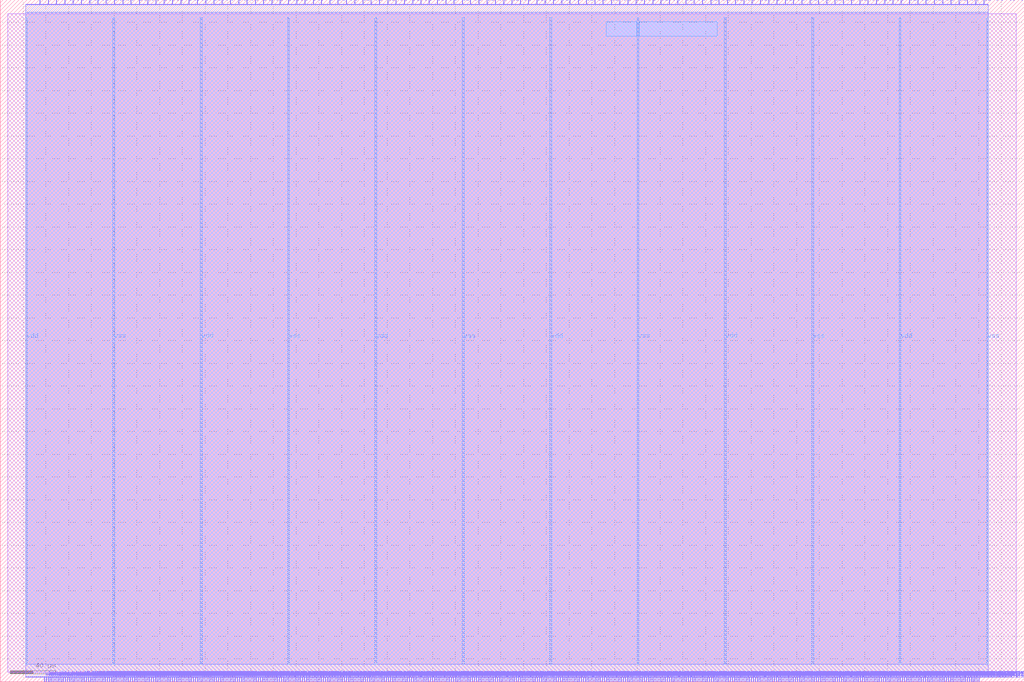
<source format=lef>
VERSION 5.7 ;
  NOWIREEXTENSIONATPIN ON ;
  DIVIDERCHAR "/" ;
  BUSBITCHARS "[]" ;
MACRO macro_golden
  CLASS BLOCK ;
  FOREIGN macro_golden ;
  ORIGIN 0.000 0.000 ;
  SIZE 900.000 BY 600.000 ;
  PIN io_active
    DIRECTION INPUT ;
    USE SIGNAL ;
    PORT
      LAYER Metal2 ;
        RECT 34.720 596.000 35.280 600.000 ;
    END
  END io_active
  PIN io_in[0]
    DIRECTION INPUT ;
    USE SIGNAL ;
    PORT
      LAYER Metal2 ;
        RECT 42.000 596.000 42.560 600.000 ;
    END
  END io_in[0]
  PIN io_in[10]
    DIRECTION INPUT ;
    USE SIGNAL ;
    PORT
      LAYER Metal2 ;
        RECT 260.400 596.000 260.960 600.000 ;
    END
  END io_in[10]
  PIN io_in[11]
    DIRECTION INPUT ;
    USE SIGNAL ;
    PORT
      LAYER Metal2 ;
        RECT 282.240 596.000 282.800 600.000 ;
    END
  END io_in[11]
  PIN io_in[12]
    DIRECTION INPUT ;
    USE SIGNAL ;
    PORT
      LAYER Metal2 ;
        RECT 304.080 596.000 304.640 600.000 ;
    END
  END io_in[12]
  PIN io_in[13]
    DIRECTION INPUT ;
    USE SIGNAL ;
    PORT
      LAYER Metal2 ;
        RECT 325.920 596.000 326.480 600.000 ;
    END
  END io_in[13]
  PIN io_in[14]
    DIRECTION INPUT ;
    USE SIGNAL ;
    PORT
      LAYER Metal2 ;
        RECT 347.760 596.000 348.320 600.000 ;
    END
  END io_in[14]
  PIN io_in[15]
    DIRECTION INPUT ;
    USE SIGNAL ;
    PORT
      LAYER Metal2 ;
        RECT 369.600 596.000 370.160 600.000 ;
    END
  END io_in[15]
  PIN io_in[16]
    DIRECTION INPUT ;
    USE SIGNAL ;
    PORT
      LAYER Metal2 ;
        RECT 391.440 596.000 392.000 600.000 ;
    END
  END io_in[16]
  PIN io_in[17]
    DIRECTION INPUT ;
    USE SIGNAL ;
    PORT
      LAYER Metal2 ;
        RECT 413.280 596.000 413.840 600.000 ;
    END
  END io_in[17]
  PIN io_in[18]
    DIRECTION INPUT ;
    USE SIGNAL ;
    PORT
      LAYER Metal2 ;
        RECT 435.120 596.000 435.680 600.000 ;
    END
  END io_in[18]
  PIN io_in[19]
    DIRECTION INPUT ;
    USE SIGNAL ;
    PORT
      LAYER Metal2 ;
        RECT 456.960 596.000 457.520 600.000 ;
    END
  END io_in[19]
  PIN io_in[1]
    DIRECTION INPUT ;
    USE SIGNAL ;
    PORT
      LAYER Metal2 ;
        RECT 63.840 596.000 64.400 600.000 ;
    END
  END io_in[1]
  PIN io_in[20]
    DIRECTION INPUT ;
    USE SIGNAL ;
    PORT
      LAYER Metal2 ;
        RECT 478.800 596.000 479.360 600.000 ;
    END
  END io_in[20]
  PIN io_in[21]
    DIRECTION INPUT ;
    USE SIGNAL ;
    PORT
      LAYER Metal2 ;
        RECT 500.640 596.000 501.200 600.000 ;
    END
  END io_in[21]
  PIN io_in[22]
    DIRECTION INPUT ;
    USE SIGNAL ;
    PORT
      LAYER Metal2 ;
        RECT 522.480 596.000 523.040 600.000 ;
    END
  END io_in[22]
  PIN io_in[23]
    DIRECTION INPUT ;
    USE SIGNAL ;
    PORT
      LAYER Metal2 ;
        RECT 544.320 596.000 544.880 600.000 ;
    END
  END io_in[23]
  PIN io_in[24]
    DIRECTION INPUT ;
    USE SIGNAL ;
    PORT
      LAYER Metal2 ;
        RECT 566.160 596.000 566.720 600.000 ;
    END
  END io_in[24]
  PIN io_in[25]
    DIRECTION INPUT ;
    USE SIGNAL ;
    PORT
      LAYER Metal2 ;
        RECT 588.000 596.000 588.560 600.000 ;
    END
  END io_in[25]
  PIN io_in[26]
    DIRECTION INPUT ;
    USE SIGNAL ;
    PORT
      LAYER Metal2 ;
        RECT 609.840 596.000 610.400 600.000 ;
    END
  END io_in[26]
  PIN io_in[27]
    DIRECTION INPUT ;
    USE SIGNAL ;
    PORT
      LAYER Metal2 ;
        RECT 631.680 596.000 632.240 600.000 ;
    END
  END io_in[27]
  PIN io_in[28]
    DIRECTION INPUT ;
    USE SIGNAL ;
    PORT
      LAYER Metal2 ;
        RECT 653.520 596.000 654.080 600.000 ;
    END
  END io_in[28]
  PIN io_in[29]
    DIRECTION INPUT ;
    USE SIGNAL ;
    PORT
      LAYER Metal2 ;
        RECT 675.360 596.000 675.920 600.000 ;
    END
  END io_in[29]
  PIN io_in[2]
    DIRECTION INPUT ;
    USE SIGNAL ;
    PORT
      LAYER Metal2 ;
        RECT 85.680 596.000 86.240 600.000 ;
    END
  END io_in[2]
  PIN io_in[30]
    DIRECTION INPUT ;
    USE SIGNAL ;
    PORT
      LAYER Metal2 ;
        RECT 697.200 596.000 697.760 600.000 ;
    END
  END io_in[30]
  PIN io_in[31]
    DIRECTION INPUT ;
    USE SIGNAL ;
    PORT
      LAYER Metal2 ;
        RECT 719.040 596.000 719.600 600.000 ;
    END
  END io_in[31]
  PIN io_in[32]
    DIRECTION INPUT ;
    USE SIGNAL ;
    PORT
      LAYER Metal2 ;
        RECT 740.880 596.000 741.440 600.000 ;
    END
  END io_in[32]
  PIN io_in[33]
    DIRECTION INPUT ;
    USE SIGNAL ;
    PORT
      LAYER Metal2 ;
        RECT 762.720 596.000 763.280 600.000 ;
    END
  END io_in[33]
  PIN io_in[34]
    DIRECTION INPUT ;
    USE SIGNAL ;
    PORT
      LAYER Metal2 ;
        RECT 784.560 596.000 785.120 600.000 ;
    END
  END io_in[34]
  PIN io_in[35]
    DIRECTION INPUT ;
    USE SIGNAL ;
    PORT
      LAYER Metal2 ;
        RECT 806.400 596.000 806.960 600.000 ;
    END
  END io_in[35]
  PIN io_in[36]
    DIRECTION INPUT ;
    USE SIGNAL ;
    PORT
      LAYER Metal2 ;
        RECT 828.240 596.000 828.800 600.000 ;
    END
  END io_in[36]
  PIN io_in[37]
    DIRECTION INPUT ;
    USE SIGNAL ;
    PORT
      LAYER Metal2 ;
        RECT 850.080 596.000 850.640 600.000 ;
    END
  END io_in[37]
  PIN io_in[3]
    DIRECTION INPUT ;
    USE SIGNAL ;
    PORT
      LAYER Metal2 ;
        RECT 107.520 596.000 108.080 600.000 ;
    END
  END io_in[3]
  PIN io_in[4]
    DIRECTION INPUT ;
    USE SIGNAL ;
    PORT
      LAYER Metal2 ;
        RECT 129.360 596.000 129.920 600.000 ;
    END
  END io_in[4]
  PIN io_in[5]
    DIRECTION INPUT ;
    USE SIGNAL ;
    PORT
      LAYER Metal2 ;
        RECT 151.200 596.000 151.760 600.000 ;
    END
  END io_in[5]
  PIN io_in[6]
    DIRECTION INPUT ;
    USE SIGNAL ;
    PORT
      LAYER Metal2 ;
        RECT 173.040 596.000 173.600 600.000 ;
    END
  END io_in[6]
  PIN io_in[7]
    DIRECTION INPUT ;
    USE SIGNAL ;
    PORT
      LAYER Metal2 ;
        RECT 194.880 596.000 195.440 600.000 ;
    END
  END io_in[7]
  PIN io_in[8]
    DIRECTION INPUT ;
    USE SIGNAL ;
    PORT
      LAYER Metal2 ;
        RECT 216.720 596.000 217.280 600.000 ;
    END
  END io_in[8]
  PIN io_in[9]
    DIRECTION INPUT ;
    USE SIGNAL ;
    PORT
      LAYER Metal2 ;
        RECT 238.560 596.000 239.120 600.000 ;
    END
  END io_in[9]
  PIN io_oeb[0]
    DIRECTION OUTPUT TRISTATE ;
    USE SIGNAL ;
    PORT
      LAYER Metal2 ;
        RECT 49.280 596.000 49.840 600.000 ;
    END
  END io_oeb[0]
  PIN io_oeb[10]
    DIRECTION OUTPUT TRISTATE ;
    USE SIGNAL ;
    PORT
      LAYER Metal2 ;
        RECT 267.680 596.000 268.240 600.000 ;
    END
  END io_oeb[10]
  PIN io_oeb[11]
    DIRECTION OUTPUT TRISTATE ;
    USE SIGNAL ;
    PORT
      LAYER Metal2 ;
        RECT 289.520 596.000 290.080 600.000 ;
    END
  END io_oeb[11]
  PIN io_oeb[12]
    DIRECTION OUTPUT TRISTATE ;
    USE SIGNAL ;
    PORT
      LAYER Metal2 ;
        RECT 311.360 596.000 311.920 600.000 ;
    END
  END io_oeb[12]
  PIN io_oeb[13]
    DIRECTION OUTPUT TRISTATE ;
    USE SIGNAL ;
    PORT
      LAYER Metal2 ;
        RECT 333.200 596.000 333.760 600.000 ;
    END
  END io_oeb[13]
  PIN io_oeb[14]
    DIRECTION OUTPUT TRISTATE ;
    USE SIGNAL ;
    PORT
      LAYER Metal2 ;
        RECT 355.040 596.000 355.600 600.000 ;
    END
  END io_oeb[14]
  PIN io_oeb[15]
    DIRECTION OUTPUT TRISTATE ;
    USE SIGNAL ;
    PORT
      LAYER Metal2 ;
        RECT 376.880 596.000 377.440 600.000 ;
    END
  END io_oeb[15]
  PIN io_oeb[16]
    DIRECTION OUTPUT TRISTATE ;
    USE SIGNAL ;
    PORT
      LAYER Metal2 ;
        RECT 398.720 596.000 399.280 600.000 ;
    END
  END io_oeb[16]
  PIN io_oeb[17]
    DIRECTION OUTPUT TRISTATE ;
    USE SIGNAL ;
    PORT
      LAYER Metal2 ;
        RECT 420.560 596.000 421.120 600.000 ;
    END
  END io_oeb[17]
  PIN io_oeb[18]
    DIRECTION OUTPUT TRISTATE ;
    USE SIGNAL ;
    PORT
      LAYER Metal2 ;
        RECT 442.400 596.000 442.960 600.000 ;
    END
  END io_oeb[18]
  PIN io_oeb[19]
    DIRECTION OUTPUT TRISTATE ;
    USE SIGNAL ;
    PORT
      LAYER Metal2 ;
        RECT 464.240 596.000 464.800 600.000 ;
    END
  END io_oeb[19]
  PIN io_oeb[1]
    DIRECTION OUTPUT TRISTATE ;
    USE SIGNAL ;
    PORT
      LAYER Metal2 ;
        RECT 71.120 596.000 71.680 600.000 ;
    END
  END io_oeb[1]
  PIN io_oeb[20]
    DIRECTION OUTPUT TRISTATE ;
    USE SIGNAL ;
    PORT
      LAYER Metal2 ;
        RECT 486.080 596.000 486.640 600.000 ;
    END
  END io_oeb[20]
  PIN io_oeb[21]
    DIRECTION OUTPUT TRISTATE ;
    USE SIGNAL ;
    PORT
      LAYER Metal2 ;
        RECT 507.920 596.000 508.480 600.000 ;
    END
  END io_oeb[21]
  PIN io_oeb[22]
    DIRECTION OUTPUT TRISTATE ;
    USE SIGNAL ;
    PORT
      LAYER Metal2 ;
        RECT 529.760 596.000 530.320 600.000 ;
    END
  END io_oeb[22]
  PIN io_oeb[23]
    DIRECTION OUTPUT TRISTATE ;
    USE SIGNAL ;
    PORT
      LAYER Metal2 ;
        RECT 551.600 596.000 552.160 600.000 ;
    END
  END io_oeb[23]
  PIN io_oeb[24]
    DIRECTION OUTPUT TRISTATE ;
    USE SIGNAL ;
    PORT
      LAYER Metal2 ;
        RECT 573.440 596.000 574.000 600.000 ;
    END
  END io_oeb[24]
  PIN io_oeb[25]
    DIRECTION OUTPUT TRISTATE ;
    USE SIGNAL ;
    PORT
      LAYER Metal2 ;
        RECT 595.280 596.000 595.840 600.000 ;
    END
  END io_oeb[25]
  PIN io_oeb[26]
    DIRECTION OUTPUT TRISTATE ;
    USE SIGNAL ;
    PORT
      LAYER Metal2 ;
        RECT 617.120 596.000 617.680 600.000 ;
    END
  END io_oeb[26]
  PIN io_oeb[27]
    DIRECTION OUTPUT TRISTATE ;
    USE SIGNAL ;
    PORT
      LAYER Metal2 ;
        RECT 638.960 596.000 639.520 600.000 ;
    END
  END io_oeb[27]
  PIN io_oeb[28]
    DIRECTION OUTPUT TRISTATE ;
    USE SIGNAL ;
    PORT
      LAYER Metal2 ;
        RECT 660.800 596.000 661.360 600.000 ;
    END
  END io_oeb[28]
  PIN io_oeb[29]
    DIRECTION OUTPUT TRISTATE ;
    USE SIGNAL ;
    PORT
      LAYER Metal2 ;
        RECT 682.640 596.000 683.200 600.000 ;
    END
  END io_oeb[29]
  PIN io_oeb[2]
    DIRECTION OUTPUT TRISTATE ;
    USE SIGNAL ;
    PORT
      LAYER Metal2 ;
        RECT 92.960 596.000 93.520 600.000 ;
    END
  END io_oeb[2]
  PIN io_oeb[30]
    DIRECTION OUTPUT TRISTATE ;
    USE SIGNAL ;
    PORT
      LAYER Metal2 ;
        RECT 704.480 596.000 705.040 600.000 ;
    END
  END io_oeb[30]
  PIN io_oeb[31]
    DIRECTION OUTPUT TRISTATE ;
    USE SIGNAL ;
    PORT
      LAYER Metal2 ;
        RECT 726.320 596.000 726.880 600.000 ;
    END
  END io_oeb[31]
  PIN io_oeb[32]
    DIRECTION OUTPUT TRISTATE ;
    USE SIGNAL ;
    PORT
      LAYER Metal2 ;
        RECT 748.160 596.000 748.720 600.000 ;
    END
  END io_oeb[32]
  PIN io_oeb[33]
    DIRECTION OUTPUT TRISTATE ;
    USE SIGNAL ;
    PORT
      LAYER Metal2 ;
        RECT 770.000 596.000 770.560 600.000 ;
    END
  END io_oeb[33]
  PIN io_oeb[34]
    DIRECTION OUTPUT TRISTATE ;
    USE SIGNAL ;
    PORT
      LAYER Metal2 ;
        RECT 791.840 596.000 792.400 600.000 ;
    END
  END io_oeb[34]
  PIN io_oeb[35]
    DIRECTION OUTPUT TRISTATE ;
    USE SIGNAL ;
    PORT
      LAYER Metal2 ;
        RECT 813.680 596.000 814.240 600.000 ;
    END
  END io_oeb[35]
  PIN io_oeb[36]
    DIRECTION OUTPUT TRISTATE ;
    USE SIGNAL ;
    PORT
      LAYER Metal2 ;
        RECT 835.520 596.000 836.080 600.000 ;
    END
  END io_oeb[36]
  PIN io_oeb[37]
    DIRECTION OUTPUT TRISTATE ;
    USE SIGNAL ;
    PORT
      LAYER Metal2 ;
        RECT 857.360 596.000 857.920 600.000 ;
    END
  END io_oeb[37]
  PIN io_oeb[3]
    DIRECTION OUTPUT TRISTATE ;
    USE SIGNAL ;
    PORT
      LAYER Metal2 ;
        RECT 114.800 596.000 115.360 600.000 ;
    END
  END io_oeb[3]
  PIN io_oeb[4]
    DIRECTION OUTPUT TRISTATE ;
    USE SIGNAL ;
    PORT
      LAYER Metal2 ;
        RECT 136.640 596.000 137.200 600.000 ;
    END
  END io_oeb[4]
  PIN io_oeb[5]
    DIRECTION OUTPUT TRISTATE ;
    USE SIGNAL ;
    PORT
      LAYER Metal2 ;
        RECT 158.480 596.000 159.040 600.000 ;
    END
  END io_oeb[5]
  PIN io_oeb[6]
    DIRECTION OUTPUT TRISTATE ;
    USE SIGNAL ;
    PORT
      LAYER Metal2 ;
        RECT 180.320 596.000 180.880 600.000 ;
    END
  END io_oeb[6]
  PIN io_oeb[7]
    DIRECTION OUTPUT TRISTATE ;
    USE SIGNAL ;
    PORT
      LAYER Metal2 ;
        RECT 202.160 596.000 202.720 600.000 ;
    END
  END io_oeb[7]
  PIN io_oeb[8]
    DIRECTION OUTPUT TRISTATE ;
    USE SIGNAL ;
    PORT
      LAYER Metal2 ;
        RECT 224.000 596.000 224.560 600.000 ;
    END
  END io_oeb[8]
  PIN io_oeb[9]
    DIRECTION OUTPUT TRISTATE ;
    USE SIGNAL ;
    PORT
      LAYER Metal2 ;
        RECT 245.840 596.000 246.400 600.000 ;
    END
  END io_oeb[9]
  PIN io_out[0]
    DIRECTION OUTPUT TRISTATE ;
    USE SIGNAL ;
    PORT
      LAYER Metal2 ;
        RECT 56.560 596.000 57.120 600.000 ;
    END
  END io_out[0]
  PIN io_out[10]
    DIRECTION OUTPUT TRISTATE ;
    USE SIGNAL ;
    PORT
      LAYER Metal2 ;
        RECT 274.960 596.000 275.520 600.000 ;
    END
  END io_out[10]
  PIN io_out[11]
    DIRECTION OUTPUT TRISTATE ;
    USE SIGNAL ;
    PORT
      LAYER Metal2 ;
        RECT 296.800 596.000 297.360 600.000 ;
    END
  END io_out[11]
  PIN io_out[12]
    DIRECTION OUTPUT TRISTATE ;
    USE SIGNAL ;
    PORT
      LAYER Metal2 ;
        RECT 318.640 596.000 319.200 600.000 ;
    END
  END io_out[12]
  PIN io_out[13]
    DIRECTION OUTPUT TRISTATE ;
    USE SIGNAL ;
    PORT
      LAYER Metal2 ;
        RECT 340.480 596.000 341.040 600.000 ;
    END
  END io_out[13]
  PIN io_out[14]
    DIRECTION OUTPUT TRISTATE ;
    USE SIGNAL ;
    PORT
      LAYER Metal2 ;
        RECT 362.320 596.000 362.880 600.000 ;
    END
  END io_out[14]
  PIN io_out[15]
    DIRECTION OUTPUT TRISTATE ;
    USE SIGNAL ;
    PORT
      LAYER Metal2 ;
        RECT 384.160 596.000 384.720 600.000 ;
    END
  END io_out[15]
  PIN io_out[16]
    DIRECTION OUTPUT TRISTATE ;
    USE SIGNAL ;
    PORT
      LAYER Metal2 ;
        RECT 406.000 596.000 406.560 600.000 ;
    END
  END io_out[16]
  PIN io_out[17]
    DIRECTION OUTPUT TRISTATE ;
    USE SIGNAL ;
    PORT
      LAYER Metal2 ;
        RECT 427.840 596.000 428.400 600.000 ;
    END
  END io_out[17]
  PIN io_out[18]
    DIRECTION OUTPUT TRISTATE ;
    USE SIGNAL ;
    PORT
      LAYER Metal2 ;
        RECT 449.680 596.000 450.240 600.000 ;
    END
  END io_out[18]
  PIN io_out[19]
    DIRECTION OUTPUT TRISTATE ;
    USE SIGNAL ;
    PORT
      LAYER Metal2 ;
        RECT 471.520 596.000 472.080 600.000 ;
    END
  END io_out[19]
  PIN io_out[1]
    DIRECTION OUTPUT TRISTATE ;
    USE SIGNAL ;
    PORT
      LAYER Metal2 ;
        RECT 78.400 596.000 78.960 600.000 ;
    END
  END io_out[1]
  PIN io_out[20]
    DIRECTION OUTPUT TRISTATE ;
    USE SIGNAL ;
    PORT
      LAYER Metal2 ;
        RECT 493.360 596.000 493.920 600.000 ;
    END
  END io_out[20]
  PIN io_out[21]
    DIRECTION OUTPUT TRISTATE ;
    USE SIGNAL ;
    PORT
      LAYER Metal2 ;
        RECT 515.200 596.000 515.760 600.000 ;
    END
  END io_out[21]
  PIN io_out[22]
    DIRECTION OUTPUT TRISTATE ;
    USE SIGNAL ;
    PORT
      LAYER Metal2 ;
        RECT 537.040 596.000 537.600 600.000 ;
    END
  END io_out[22]
  PIN io_out[23]
    DIRECTION OUTPUT TRISTATE ;
    USE SIGNAL ;
    PORT
      LAYER Metal2 ;
        RECT 558.880 596.000 559.440 600.000 ;
    END
  END io_out[23]
  PIN io_out[24]
    DIRECTION OUTPUT TRISTATE ;
    USE SIGNAL ;
    PORT
      LAYER Metal2 ;
        RECT 580.720 596.000 581.280 600.000 ;
    END
  END io_out[24]
  PIN io_out[25]
    DIRECTION OUTPUT TRISTATE ;
    USE SIGNAL ;
    PORT
      LAYER Metal2 ;
        RECT 602.560 596.000 603.120 600.000 ;
    END
  END io_out[25]
  PIN io_out[26]
    DIRECTION OUTPUT TRISTATE ;
    USE SIGNAL ;
    PORT
      LAYER Metal2 ;
        RECT 624.400 596.000 624.960 600.000 ;
    END
  END io_out[26]
  PIN io_out[27]
    DIRECTION OUTPUT TRISTATE ;
    USE SIGNAL ;
    PORT
      LAYER Metal2 ;
        RECT 646.240 596.000 646.800 600.000 ;
    END
  END io_out[27]
  PIN io_out[28]
    DIRECTION OUTPUT TRISTATE ;
    USE SIGNAL ;
    PORT
      LAYER Metal2 ;
        RECT 668.080 596.000 668.640 600.000 ;
    END
  END io_out[28]
  PIN io_out[29]
    DIRECTION OUTPUT TRISTATE ;
    USE SIGNAL ;
    PORT
      LAYER Metal2 ;
        RECT 689.920 596.000 690.480 600.000 ;
    END
  END io_out[29]
  PIN io_out[2]
    DIRECTION OUTPUT TRISTATE ;
    USE SIGNAL ;
    PORT
      LAYER Metal2 ;
        RECT 100.240 596.000 100.800 600.000 ;
    END
  END io_out[2]
  PIN io_out[30]
    DIRECTION OUTPUT TRISTATE ;
    USE SIGNAL ;
    PORT
      LAYER Metal2 ;
        RECT 711.760 596.000 712.320 600.000 ;
    END
  END io_out[30]
  PIN io_out[31]
    DIRECTION OUTPUT TRISTATE ;
    USE SIGNAL ;
    PORT
      LAYER Metal2 ;
        RECT 733.600 596.000 734.160 600.000 ;
    END
  END io_out[31]
  PIN io_out[32]
    DIRECTION OUTPUT TRISTATE ;
    USE SIGNAL ;
    PORT
      LAYER Metal2 ;
        RECT 755.440 596.000 756.000 600.000 ;
    END
  END io_out[32]
  PIN io_out[33]
    DIRECTION OUTPUT TRISTATE ;
    USE SIGNAL ;
    PORT
      LAYER Metal2 ;
        RECT 777.280 596.000 777.840 600.000 ;
    END
  END io_out[33]
  PIN io_out[34]
    DIRECTION OUTPUT TRISTATE ;
    USE SIGNAL ;
    PORT
      LAYER Metal2 ;
        RECT 799.120 596.000 799.680 600.000 ;
    END
  END io_out[34]
  PIN io_out[35]
    DIRECTION OUTPUT TRISTATE ;
    USE SIGNAL ;
    PORT
      LAYER Metal2 ;
        RECT 820.960 596.000 821.520 600.000 ;
    END
  END io_out[35]
  PIN io_out[36]
    DIRECTION OUTPUT TRISTATE ;
    USE SIGNAL ;
    PORT
      LAYER Metal2 ;
        RECT 842.800 596.000 843.360 600.000 ;
    END
  END io_out[36]
  PIN io_out[37]
    DIRECTION OUTPUT TRISTATE ;
    USE SIGNAL ;
    PORT
      LAYER Metal2 ;
        RECT 864.640 596.000 865.200 600.000 ;
    END
  END io_out[37]
  PIN io_out[3]
    DIRECTION OUTPUT TRISTATE ;
    USE SIGNAL ;
    PORT
      LAYER Metal2 ;
        RECT 122.080 596.000 122.640 600.000 ;
    END
  END io_out[3]
  PIN io_out[4]
    DIRECTION OUTPUT TRISTATE ;
    USE SIGNAL ;
    PORT
      LAYER Metal2 ;
        RECT 143.920 596.000 144.480 600.000 ;
    END
  END io_out[4]
  PIN io_out[5]
    DIRECTION OUTPUT TRISTATE ;
    USE SIGNAL ;
    PORT
      LAYER Metal2 ;
        RECT 165.760 596.000 166.320 600.000 ;
    END
  END io_out[5]
  PIN io_out[6]
    DIRECTION OUTPUT TRISTATE ;
    USE SIGNAL ;
    PORT
      LAYER Metal2 ;
        RECT 187.600 596.000 188.160 600.000 ;
    END
  END io_out[6]
  PIN io_out[7]
    DIRECTION OUTPUT TRISTATE ;
    USE SIGNAL ;
    PORT
      LAYER Metal2 ;
        RECT 209.440 596.000 210.000 600.000 ;
    END
  END io_out[7]
  PIN io_out[8]
    DIRECTION OUTPUT TRISTATE ;
    USE SIGNAL ;
    PORT
      LAYER Metal2 ;
        RECT 231.280 596.000 231.840 600.000 ;
    END
  END io_out[8]
  PIN io_out[9]
    DIRECTION OUTPUT TRISTATE ;
    USE SIGNAL ;
    PORT
      LAYER Metal2 ;
        RECT 253.120 596.000 253.680 600.000 ;
    END
  END io_out[9]
  PIN la_data_in[0]
    DIRECTION INPUT ;
    USE SIGNAL ;
    PORT
      LAYER Metal2 ;
        RECT 216.720 0.000 217.280 4.000 ;
    END
  END la_data_in[0]
  PIN la_data_in[100]
    DIRECTION INPUT ;
    USE SIGNAL ;
    PORT
      LAYER Metal2 ;
        RECT 720.720 0.000 721.280 4.000 ;
    END
  END la_data_in[100]
  PIN la_data_in[101]
    DIRECTION INPUT ;
    USE SIGNAL ;
    PORT
      LAYER Metal2 ;
        RECT 725.760 0.000 726.320 4.000 ;
    END
  END la_data_in[101]
  PIN la_data_in[102]
    DIRECTION INPUT ;
    USE SIGNAL ;
    PORT
      LAYER Metal2 ;
        RECT 730.800 0.000 731.360 4.000 ;
    END
  END la_data_in[102]
  PIN la_data_in[103]
    DIRECTION INPUT ;
    USE SIGNAL ;
    PORT
      LAYER Metal2 ;
        RECT 735.840 0.000 736.400 4.000 ;
    END
  END la_data_in[103]
  PIN la_data_in[104]
    DIRECTION INPUT ;
    USE SIGNAL ;
    PORT
      LAYER Metal2 ;
        RECT 740.880 0.000 741.440 4.000 ;
    END
  END la_data_in[104]
  PIN la_data_in[105]
    DIRECTION INPUT ;
    USE SIGNAL ;
    PORT
      LAYER Metal2 ;
        RECT 745.920 0.000 746.480 4.000 ;
    END
  END la_data_in[105]
  PIN la_data_in[106]
    DIRECTION INPUT ;
    USE SIGNAL ;
    PORT
      LAYER Metal2 ;
        RECT 750.960 0.000 751.520 4.000 ;
    END
  END la_data_in[106]
  PIN la_data_in[107]
    DIRECTION INPUT ;
    USE SIGNAL ;
    PORT
      LAYER Metal2 ;
        RECT 756.000 0.000 756.560 4.000 ;
    END
  END la_data_in[107]
  PIN la_data_in[108]
    DIRECTION INPUT ;
    USE SIGNAL ;
    PORT
      LAYER Metal2 ;
        RECT 761.040 0.000 761.600 4.000 ;
    END
  END la_data_in[108]
  PIN la_data_in[109]
    DIRECTION INPUT ;
    USE SIGNAL ;
    PORT
      LAYER Metal2 ;
        RECT 766.080 0.000 766.640 4.000 ;
    END
  END la_data_in[109]
  PIN la_data_in[10]
    DIRECTION INPUT ;
    USE SIGNAL ;
    PORT
      LAYER Metal2 ;
        RECT 267.120 0.000 267.680 4.000 ;
    END
  END la_data_in[10]
  PIN la_data_in[110]
    DIRECTION INPUT ;
    USE SIGNAL ;
    PORT
      LAYER Metal2 ;
        RECT 771.120 0.000 771.680 4.000 ;
    END
  END la_data_in[110]
  PIN la_data_in[111]
    DIRECTION INPUT ;
    USE SIGNAL ;
    PORT
      LAYER Metal2 ;
        RECT 776.160 0.000 776.720 4.000 ;
    END
  END la_data_in[111]
  PIN la_data_in[112]
    DIRECTION INPUT ;
    USE SIGNAL ;
    PORT
      LAYER Metal2 ;
        RECT 781.200 0.000 781.760 4.000 ;
    END
  END la_data_in[112]
  PIN la_data_in[113]
    DIRECTION INPUT ;
    USE SIGNAL ;
    PORT
      LAYER Metal2 ;
        RECT 786.240 0.000 786.800 4.000 ;
    END
  END la_data_in[113]
  PIN la_data_in[114]
    DIRECTION INPUT ;
    USE SIGNAL ;
    PORT
      LAYER Metal2 ;
        RECT 791.280 0.000 791.840 4.000 ;
    END
  END la_data_in[114]
  PIN la_data_in[115]
    DIRECTION INPUT ;
    USE SIGNAL ;
    PORT
      LAYER Metal2 ;
        RECT 796.320 0.000 796.880 4.000 ;
    END
  END la_data_in[115]
  PIN la_data_in[116]
    DIRECTION INPUT ;
    USE SIGNAL ;
    PORT
      LAYER Metal2 ;
        RECT 801.360 0.000 801.920 4.000 ;
    END
  END la_data_in[116]
  PIN la_data_in[117]
    DIRECTION INPUT ;
    USE SIGNAL ;
    PORT
      LAYER Metal2 ;
        RECT 806.400 0.000 806.960 4.000 ;
    END
  END la_data_in[117]
  PIN la_data_in[118]
    DIRECTION INPUT ;
    USE SIGNAL ;
    PORT
      LAYER Metal2 ;
        RECT 811.440 0.000 812.000 4.000 ;
    END
  END la_data_in[118]
  PIN la_data_in[119]
    DIRECTION INPUT ;
    USE SIGNAL ;
    PORT
      LAYER Metal2 ;
        RECT 816.480 0.000 817.040 4.000 ;
    END
  END la_data_in[119]
  PIN la_data_in[11]
    DIRECTION INPUT ;
    USE SIGNAL ;
    PORT
      LAYER Metal2 ;
        RECT 272.160 0.000 272.720 4.000 ;
    END
  END la_data_in[11]
  PIN la_data_in[120]
    DIRECTION INPUT ;
    USE SIGNAL ;
    PORT
      LAYER Metal2 ;
        RECT 821.520 0.000 822.080 4.000 ;
    END
  END la_data_in[120]
  PIN la_data_in[121]
    DIRECTION INPUT ;
    USE SIGNAL ;
    PORT
      LAYER Metal2 ;
        RECT 826.560 0.000 827.120 4.000 ;
    END
  END la_data_in[121]
  PIN la_data_in[122]
    DIRECTION INPUT ;
    USE SIGNAL ;
    PORT
      LAYER Metal2 ;
        RECT 831.600 0.000 832.160 4.000 ;
    END
  END la_data_in[122]
  PIN la_data_in[123]
    DIRECTION INPUT ;
    USE SIGNAL ;
    PORT
      LAYER Metal2 ;
        RECT 836.640 0.000 837.200 4.000 ;
    END
  END la_data_in[123]
  PIN la_data_in[124]
    DIRECTION INPUT ;
    USE SIGNAL ;
    PORT
      LAYER Metal2 ;
        RECT 841.680 0.000 842.240 4.000 ;
    END
  END la_data_in[124]
  PIN la_data_in[125]
    DIRECTION INPUT ;
    USE SIGNAL ;
    PORT
      LAYER Metal2 ;
        RECT 846.720 0.000 847.280 4.000 ;
    END
  END la_data_in[125]
  PIN la_data_in[126]
    DIRECTION INPUT ;
    USE SIGNAL ;
    PORT
      LAYER Metal2 ;
        RECT 851.760 0.000 852.320 4.000 ;
    END
  END la_data_in[126]
  PIN la_data_in[127]
    DIRECTION INPUT ;
    USE SIGNAL ;
    PORT
      LAYER Metal2 ;
        RECT 856.800 0.000 857.360 4.000 ;
    END
  END la_data_in[127]
  PIN la_data_in[12]
    DIRECTION INPUT ;
    USE SIGNAL ;
    PORT
      LAYER Metal2 ;
        RECT 277.200 0.000 277.760 4.000 ;
    END
  END la_data_in[12]
  PIN la_data_in[13]
    DIRECTION INPUT ;
    USE SIGNAL ;
    PORT
      LAYER Metal2 ;
        RECT 282.240 0.000 282.800 4.000 ;
    END
  END la_data_in[13]
  PIN la_data_in[14]
    DIRECTION INPUT ;
    USE SIGNAL ;
    PORT
      LAYER Metal2 ;
        RECT 287.280 0.000 287.840 4.000 ;
    END
  END la_data_in[14]
  PIN la_data_in[15]
    DIRECTION INPUT ;
    USE SIGNAL ;
    PORT
      LAYER Metal2 ;
        RECT 292.320 0.000 292.880 4.000 ;
    END
  END la_data_in[15]
  PIN la_data_in[16]
    DIRECTION INPUT ;
    USE SIGNAL ;
    PORT
      LAYER Metal2 ;
        RECT 297.360 0.000 297.920 4.000 ;
    END
  END la_data_in[16]
  PIN la_data_in[17]
    DIRECTION INPUT ;
    USE SIGNAL ;
    PORT
      LAYER Metal2 ;
        RECT 302.400 0.000 302.960 4.000 ;
    END
  END la_data_in[17]
  PIN la_data_in[18]
    DIRECTION INPUT ;
    USE SIGNAL ;
    PORT
      LAYER Metal2 ;
        RECT 307.440 0.000 308.000 4.000 ;
    END
  END la_data_in[18]
  PIN la_data_in[19]
    DIRECTION INPUT ;
    USE SIGNAL ;
    PORT
      LAYER Metal2 ;
        RECT 312.480 0.000 313.040 4.000 ;
    END
  END la_data_in[19]
  PIN la_data_in[1]
    DIRECTION INPUT ;
    USE SIGNAL ;
    PORT
      LAYER Metal2 ;
        RECT 221.760 0.000 222.320 4.000 ;
    END
  END la_data_in[1]
  PIN la_data_in[20]
    DIRECTION INPUT ;
    USE SIGNAL ;
    PORT
      LAYER Metal2 ;
        RECT 317.520 0.000 318.080 4.000 ;
    END
  END la_data_in[20]
  PIN la_data_in[21]
    DIRECTION INPUT ;
    USE SIGNAL ;
    PORT
      LAYER Metal2 ;
        RECT 322.560 0.000 323.120 4.000 ;
    END
  END la_data_in[21]
  PIN la_data_in[22]
    DIRECTION INPUT ;
    USE SIGNAL ;
    PORT
      LAYER Metal2 ;
        RECT 327.600 0.000 328.160 4.000 ;
    END
  END la_data_in[22]
  PIN la_data_in[23]
    DIRECTION INPUT ;
    USE SIGNAL ;
    PORT
      LAYER Metal2 ;
        RECT 332.640 0.000 333.200 4.000 ;
    END
  END la_data_in[23]
  PIN la_data_in[24]
    DIRECTION INPUT ;
    USE SIGNAL ;
    PORT
      LAYER Metal2 ;
        RECT 337.680 0.000 338.240 4.000 ;
    END
  END la_data_in[24]
  PIN la_data_in[25]
    DIRECTION INPUT ;
    USE SIGNAL ;
    PORT
      LAYER Metal2 ;
        RECT 342.720 0.000 343.280 4.000 ;
    END
  END la_data_in[25]
  PIN la_data_in[26]
    DIRECTION INPUT ;
    USE SIGNAL ;
    PORT
      LAYER Metal2 ;
        RECT 347.760 0.000 348.320 4.000 ;
    END
  END la_data_in[26]
  PIN la_data_in[27]
    DIRECTION INPUT ;
    USE SIGNAL ;
    PORT
      LAYER Metal2 ;
        RECT 352.800 0.000 353.360 4.000 ;
    END
  END la_data_in[27]
  PIN la_data_in[28]
    DIRECTION INPUT ;
    USE SIGNAL ;
    PORT
      LAYER Metal2 ;
        RECT 357.840 0.000 358.400 4.000 ;
    END
  END la_data_in[28]
  PIN la_data_in[29]
    DIRECTION INPUT ;
    USE SIGNAL ;
    PORT
      LAYER Metal2 ;
        RECT 362.880 0.000 363.440 4.000 ;
    END
  END la_data_in[29]
  PIN la_data_in[2]
    DIRECTION INPUT ;
    USE SIGNAL ;
    PORT
      LAYER Metal2 ;
        RECT 226.800 0.000 227.360 4.000 ;
    END
  END la_data_in[2]
  PIN la_data_in[30]
    DIRECTION INPUT ;
    USE SIGNAL ;
    PORT
      LAYER Metal2 ;
        RECT 367.920 0.000 368.480 4.000 ;
    END
  END la_data_in[30]
  PIN la_data_in[31]
    DIRECTION INPUT ;
    USE SIGNAL ;
    PORT
      LAYER Metal2 ;
        RECT 372.960 0.000 373.520 4.000 ;
    END
  END la_data_in[31]
  PIN la_data_in[32]
    DIRECTION INPUT ;
    USE SIGNAL ;
    PORT
      LAYER Metal2 ;
        RECT 378.000 0.000 378.560 4.000 ;
    END
  END la_data_in[32]
  PIN la_data_in[33]
    DIRECTION INPUT ;
    USE SIGNAL ;
    PORT
      LAYER Metal2 ;
        RECT 383.040 0.000 383.600 4.000 ;
    END
  END la_data_in[33]
  PIN la_data_in[34]
    DIRECTION INPUT ;
    USE SIGNAL ;
    PORT
      LAYER Metal2 ;
        RECT 388.080 0.000 388.640 4.000 ;
    END
  END la_data_in[34]
  PIN la_data_in[35]
    DIRECTION INPUT ;
    USE SIGNAL ;
    PORT
      LAYER Metal2 ;
        RECT 393.120 0.000 393.680 4.000 ;
    END
  END la_data_in[35]
  PIN la_data_in[36]
    DIRECTION INPUT ;
    USE SIGNAL ;
    PORT
      LAYER Metal2 ;
        RECT 398.160 0.000 398.720 4.000 ;
    END
  END la_data_in[36]
  PIN la_data_in[37]
    DIRECTION INPUT ;
    USE SIGNAL ;
    PORT
      LAYER Metal2 ;
        RECT 403.200 0.000 403.760 4.000 ;
    END
  END la_data_in[37]
  PIN la_data_in[38]
    DIRECTION INPUT ;
    USE SIGNAL ;
    PORT
      LAYER Metal2 ;
        RECT 408.240 0.000 408.800 4.000 ;
    END
  END la_data_in[38]
  PIN la_data_in[39]
    DIRECTION INPUT ;
    USE SIGNAL ;
    PORT
      LAYER Metal2 ;
        RECT 413.280 0.000 413.840 4.000 ;
    END
  END la_data_in[39]
  PIN la_data_in[3]
    DIRECTION INPUT ;
    USE SIGNAL ;
    PORT
      LAYER Metal2 ;
        RECT 231.840 0.000 232.400 4.000 ;
    END
  END la_data_in[3]
  PIN la_data_in[40]
    DIRECTION INPUT ;
    USE SIGNAL ;
    PORT
      LAYER Metal2 ;
        RECT 418.320 0.000 418.880 4.000 ;
    END
  END la_data_in[40]
  PIN la_data_in[41]
    DIRECTION INPUT ;
    USE SIGNAL ;
    PORT
      LAYER Metal2 ;
        RECT 423.360 0.000 423.920 4.000 ;
    END
  END la_data_in[41]
  PIN la_data_in[42]
    DIRECTION INPUT ;
    USE SIGNAL ;
    PORT
      LAYER Metal2 ;
        RECT 428.400 0.000 428.960 4.000 ;
    END
  END la_data_in[42]
  PIN la_data_in[43]
    DIRECTION INPUT ;
    USE SIGNAL ;
    PORT
      LAYER Metal2 ;
        RECT 433.440 0.000 434.000 4.000 ;
    END
  END la_data_in[43]
  PIN la_data_in[44]
    DIRECTION INPUT ;
    USE SIGNAL ;
    PORT
      LAYER Metal2 ;
        RECT 438.480 0.000 439.040 4.000 ;
    END
  END la_data_in[44]
  PIN la_data_in[45]
    DIRECTION INPUT ;
    USE SIGNAL ;
    PORT
      LAYER Metal2 ;
        RECT 443.520 0.000 444.080 4.000 ;
    END
  END la_data_in[45]
  PIN la_data_in[46]
    DIRECTION INPUT ;
    USE SIGNAL ;
    PORT
      LAYER Metal2 ;
        RECT 448.560 0.000 449.120 4.000 ;
    END
  END la_data_in[46]
  PIN la_data_in[47]
    DIRECTION INPUT ;
    USE SIGNAL ;
    PORT
      LAYER Metal2 ;
        RECT 453.600 0.000 454.160 4.000 ;
    END
  END la_data_in[47]
  PIN la_data_in[48]
    DIRECTION INPUT ;
    USE SIGNAL ;
    PORT
      LAYER Metal2 ;
        RECT 458.640 0.000 459.200 4.000 ;
    END
  END la_data_in[48]
  PIN la_data_in[49]
    DIRECTION INPUT ;
    USE SIGNAL ;
    PORT
      LAYER Metal2 ;
        RECT 463.680 0.000 464.240 4.000 ;
    END
  END la_data_in[49]
  PIN la_data_in[4]
    DIRECTION INPUT ;
    USE SIGNAL ;
    PORT
      LAYER Metal2 ;
        RECT 236.880 0.000 237.440 4.000 ;
    END
  END la_data_in[4]
  PIN la_data_in[50]
    DIRECTION INPUT ;
    USE SIGNAL ;
    PORT
      LAYER Metal2 ;
        RECT 468.720 0.000 469.280 4.000 ;
    END
  END la_data_in[50]
  PIN la_data_in[51]
    DIRECTION INPUT ;
    USE SIGNAL ;
    PORT
      LAYER Metal2 ;
        RECT 473.760 0.000 474.320 4.000 ;
    END
  END la_data_in[51]
  PIN la_data_in[52]
    DIRECTION INPUT ;
    USE SIGNAL ;
    PORT
      LAYER Metal2 ;
        RECT 478.800 0.000 479.360 4.000 ;
    END
  END la_data_in[52]
  PIN la_data_in[53]
    DIRECTION INPUT ;
    USE SIGNAL ;
    PORT
      LAYER Metal2 ;
        RECT 483.840 0.000 484.400 4.000 ;
    END
  END la_data_in[53]
  PIN la_data_in[54]
    DIRECTION INPUT ;
    USE SIGNAL ;
    PORT
      LAYER Metal2 ;
        RECT 488.880 0.000 489.440 4.000 ;
    END
  END la_data_in[54]
  PIN la_data_in[55]
    DIRECTION INPUT ;
    USE SIGNAL ;
    PORT
      LAYER Metal2 ;
        RECT 493.920 0.000 494.480 4.000 ;
    END
  END la_data_in[55]
  PIN la_data_in[56]
    DIRECTION INPUT ;
    USE SIGNAL ;
    PORT
      LAYER Metal2 ;
        RECT 498.960 0.000 499.520 4.000 ;
    END
  END la_data_in[56]
  PIN la_data_in[57]
    DIRECTION INPUT ;
    USE SIGNAL ;
    PORT
      LAYER Metal2 ;
        RECT 504.000 0.000 504.560 4.000 ;
    END
  END la_data_in[57]
  PIN la_data_in[58]
    DIRECTION INPUT ;
    USE SIGNAL ;
    PORT
      LAYER Metal2 ;
        RECT 509.040 0.000 509.600 4.000 ;
    END
  END la_data_in[58]
  PIN la_data_in[59]
    DIRECTION INPUT ;
    USE SIGNAL ;
    PORT
      LAYER Metal2 ;
        RECT 514.080 0.000 514.640 4.000 ;
    END
  END la_data_in[59]
  PIN la_data_in[5]
    DIRECTION INPUT ;
    USE SIGNAL ;
    PORT
      LAYER Metal2 ;
        RECT 241.920 0.000 242.480 4.000 ;
    END
  END la_data_in[5]
  PIN la_data_in[60]
    DIRECTION INPUT ;
    USE SIGNAL ;
    PORT
      LAYER Metal2 ;
        RECT 519.120 0.000 519.680 4.000 ;
    END
  END la_data_in[60]
  PIN la_data_in[61]
    DIRECTION INPUT ;
    USE SIGNAL ;
    PORT
      LAYER Metal2 ;
        RECT 524.160 0.000 524.720 4.000 ;
    END
  END la_data_in[61]
  PIN la_data_in[62]
    DIRECTION INPUT ;
    USE SIGNAL ;
    PORT
      LAYER Metal2 ;
        RECT 529.200 0.000 529.760 4.000 ;
    END
  END la_data_in[62]
  PIN la_data_in[63]
    DIRECTION INPUT ;
    USE SIGNAL ;
    PORT
      LAYER Metal2 ;
        RECT 534.240 0.000 534.800 4.000 ;
    END
  END la_data_in[63]
  PIN la_data_in[64]
    DIRECTION INPUT ;
    USE SIGNAL ;
    PORT
      LAYER Metal2 ;
        RECT 539.280 0.000 539.840 4.000 ;
    END
  END la_data_in[64]
  PIN la_data_in[65]
    DIRECTION INPUT ;
    USE SIGNAL ;
    PORT
      LAYER Metal2 ;
        RECT 544.320 0.000 544.880 4.000 ;
    END
  END la_data_in[65]
  PIN la_data_in[66]
    DIRECTION INPUT ;
    USE SIGNAL ;
    PORT
      LAYER Metal2 ;
        RECT 549.360 0.000 549.920 4.000 ;
    END
  END la_data_in[66]
  PIN la_data_in[67]
    DIRECTION INPUT ;
    USE SIGNAL ;
    PORT
      LAYER Metal2 ;
        RECT 554.400 0.000 554.960 4.000 ;
    END
  END la_data_in[67]
  PIN la_data_in[68]
    DIRECTION INPUT ;
    USE SIGNAL ;
    PORT
      LAYER Metal2 ;
        RECT 559.440 0.000 560.000 4.000 ;
    END
  END la_data_in[68]
  PIN la_data_in[69]
    DIRECTION INPUT ;
    USE SIGNAL ;
    PORT
      LAYER Metal2 ;
        RECT 564.480 0.000 565.040 4.000 ;
    END
  END la_data_in[69]
  PIN la_data_in[6]
    DIRECTION INPUT ;
    USE SIGNAL ;
    PORT
      LAYER Metal2 ;
        RECT 246.960 0.000 247.520 4.000 ;
    END
  END la_data_in[6]
  PIN la_data_in[70]
    DIRECTION INPUT ;
    USE SIGNAL ;
    PORT
      LAYER Metal2 ;
        RECT 569.520 0.000 570.080 4.000 ;
    END
  END la_data_in[70]
  PIN la_data_in[71]
    DIRECTION INPUT ;
    USE SIGNAL ;
    PORT
      LAYER Metal2 ;
        RECT 574.560 0.000 575.120 4.000 ;
    END
  END la_data_in[71]
  PIN la_data_in[72]
    DIRECTION INPUT ;
    USE SIGNAL ;
    PORT
      LAYER Metal2 ;
        RECT 579.600 0.000 580.160 4.000 ;
    END
  END la_data_in[72]
  PIN la_data_in[73]
    DIRECTION INPUT ;
    USE SIGNAL ;
    PORT
      LAYER Metal2 ;
        RECT 584.640 0.000 585.200 4.000 ;
    END
  END la_data_in[73]
  PIN la_data_in[74]
    DIRECTION INPUT ;
    USE SIGNAL ;
    PORT
      LAYER Metal2 ;
        RECT 589.680 0.000 590.240 4.000 ;
    END
  END la_data_in[74]
  PIN la_data_in[75]
    DIRECTION INPUT ;
    USE SIGNAL ;
    PORT
      LAYER Metal2 ;
        RECT 594.720 0.000 595.280 4.000 ;
    END
  END la_data_in[75]
  PIN la_data_in[76]
    DIRECTION INPUT ;
    USE SIGNAL ;
    PORT
      LAYER Metal2 ;
        RECT 599.760 0.000 600.320 4.000 ;
    END
  END la_data_in[76]
  PIN la_data_in[77]
    DIRECTION INPUT ;
    USE SIGNAL ;
    PORT
      LAYER Metal2 ;
        RECT 604.800 0.000 605.360 4.000 ;
    END
  END la_data_in[77]
  PIN la_data_in[78]
    DIRECTION INPUT ;
    USE SIGNAL ;
    PORT
      LAYER Metal2 ;
        RECT 609.840 0.000 610.400 4.000 ;
    END
  END la_data_in[78]
  PIN la_data_in[79]
    DIRECTION INPUT ;
    USE SIGNAL ;
    PORT
      LAYER Metal2 ;
        RECT 614.880 0.000 615.440 4.000 ;
    END
  END la_data_in[79]
  PIN la_data_in[7]
    DIRECTION INPUT ;
    USE SIGNAL ;
    PORT
      LAYER Metal2 ;
        RECT 252.000 0.000 252.560 4.000 ;
    END
  END la_data_in[7]
  PIN la_data_in[80]
    DIRECTION INPUT ;
    USE SIGNAL ;
    PORT
      LAYER Metal2 ;
        RECT 619.920 0.000 620.480 4.000 ;
    END
  END la_data_in[80]
  PIN la_data_in[81]
    DIRECTION INPUT ;
    USE SIGNAL ;
    PORT
      LAYER Metal2 ;
        RECT 624.960 0.000 625.520 4.000 ;
    END
  END la_data_in[81]
  PIN la_data_in[82]
    DIRECTION INPUT ;
    USE SIGNAL ;
    PORT
      LAYER Metal2 ;
        RECT 630.000 0.000 630.560 4.000 ;
    END
  END la_data_in[82]
  PIN la_data_in[83]
    DIRECTION INPUT ;
    USE SIGNAL ;
    PORT
      LAYER Metal2 ;
        RECT 635.040 0.000 635.600 4.000 ;
    END
  END la_data_in[83]
  PIN la_data_in[84]
    DIRECTION INPUT ;
    USE SIGNAL ;
    PORT
      LAYER Metal2 ;
        RECT 640.080 0.000 640.640 4.000 ;
    END
  END la_data_in[84]
  PIN la_data_in[85]
    DIRECTION INPUT ;
    USE SIGNAL ;
    PORT
      LAYER Metal2 ;
        RECT 645.120 0.000 645.680 4.000 ;
    END
  END la_data_in[85]
  PIN la_data_in[86]
    DIRECTION INPUT ;
    USE SIGNAL ;
    PORT
      LAYER Metal2 ;
        RECT 650.160 0.000 650.720 4.000 ;
    END
  END la_data_in[86]
  PIN la_data_in[87]
    DIRECTION INPUT ;
    USE SIGNAL ;
    PORT
      LAYER Metal2 ;
        RECT 655.200 0.000 655.760 4.000 ;
    END
  END la_data_in[87]
  PIN la_data_in[88]
    DIRECTION INPUT ;
    USE SIGNAL ;
    PORT
      LAYER Metal2 ;
        RECT 660.240 0.000 660.800 4.000 ;
    END
  END la_data_in[88]
  PIN la_data_in[89]
    DIRECTION INPUT ;
    USE SIGNAL ;
    PORT
      LAYER Metal2 ;
        RECT 665.280 0.000 665.840 4.000 ;
    END
  END la_data_in[89]
  PIN la_data_in[8]
    DIRECTION INPUT ;
    USE SIGNAL ;
    PORT
      LAYER Metal2 ;
        RECT 257.040 0.000 257.600 4.000 ;
    END
  END la_data_in[8]
  PIN la_data_in[90]
    DIRECTION INPUT ;
    USE SIGNAL ;
    PORT
      LAYER Metal2 ;
        RECT 670.320 0.000 670.880 4.000 ;
    END
  END la_data_in[90]
  PIN la_data_in[91]
    DIRECTION INPUT ;
    USE SIGNAL ;
    PORT
      LAYER Metal2 ;
        RECT 675.360 0.000 675.920 4.000 ;
    END
  END la_data_in[91]
  PIN la_data_in[92]
    DIRECTION INPUT ;
    USE SIGNAL ;
    PORT
      LAYER Metal2 ;
        RECT 680.400 0.000 680.960 4.000 ;
    END
  END la_data_in[92]
  PIN la_data_in[93]
    DIRECTION INPUT ;
    USE SIGNAL ;
    PORT
      LAYER Metal2 ;
        RECT 685.440 0.000 686.000 4.000 ;
    END
  END la_data_in[93]
  PIN la_data_in[94]
    DIRECTION INPUT ;
    USE SIGNAL ;
    PORT
      LAYER Metal2 ;
        RECT 690.480 0.000 691.040 4.000 ;
    END
  END la_data_in[94]
  PIN la_data_in[95]
    DIRECTION INPUT ;
    USE SIGNAL ;
    PORT
      LAYER Metal2 ;
        RECT 695.520 0.000 696.080 4.000 ;
    END
  END la_data_in[95]
  PIN la_data_in[96]
    DIRECTION INPUT ;
    USE SIGNAL ;
    PORT
      LAYER Metal2 ;
        RECT 700.560 0.000 701.120 4.000 ;
    END
  END la_data_in[96]
  PIN la_data_in[97]
    DIRECTION INPUT ;
    USE SIGNAL ;
    PORT
      LAYER Metal2 ;
        RECT 705.600 0.000 706.160 4.000 ;
    END
  END la_data_in[97]
  PIN la_data_in[98]
    DIRECTION INPUT ;
    USE SIGNAL ;
    PORT
      LAYER Metal2 ;
        RECT 710.640 0.000 711.200 4.000 ;
    END
  END la_data_in[98]
  PIN la_data_in[99]
    DIRECTION INPUT ;
    USE SIGNAL ;
    PORT
      LAYER Metal2 ;
        RECT 715.680 0.000 716.240 4.000 ;
    END
  END la_data_in[99]
  PIN la_data_in[9]
    DIRECTION INPUT ;
    USE SIGNAL ;
    PORT
      LAYER Metal2 ;
        RECT 262.080 0.000 262.640 4.000 ;
    END
  END la_data_in[9]
  PIN la_data_out[0]
    DIRECTION OUTPUT TRISTATE ;
    USE SIGNAL ;
    PORT
      LAYER Metal2 ;
        RECT 218.400 0.000 218.960 4.000 ;
    END
  END la_data_out[0]
  PIN la_data_out[100]
    DIRECTION OUTPUT TRISTATE ;
    USE SIGNAL ;
    PORT
      LAYER Metal2 ;
        RECT 722.400 0.000 722.960 4.000 ;
    END
  END la_data_out[100]
  PIN la_data_out[101]
    DIRECTION OUTPUT TRISTATE ;
    USE SIGNAL ;
    PORT
      LAYER Metal2 ;
        RECT 727.440 0.000 728.000 4.000 ;
    END
  END la_data_out[101]
  PIN la_data_out[102]
    DIRECTION OUTPUT TRISTATE ;
    USE SIGNAL ;
    PORT
      LAYER Metal2 ;
        RECT 732.480 0.000 733.040 4.000 ;
    END
  END la_data_out[102]
  PIN la_data_out[103]
    DIRECTION OUTPUT TRISTATE ;
    USE SIGNAL ;
    PORT
      LAYER Metal2 ;
        RECT 737.520 0.000 738.080 4.000 ;
    END
  END la_data_out[103]
  PIN la_data_out[104]
    DIRECTION OUTPUT TRISTATE ;
    USE SIGNAL ;
    PORT
      LAYER Metal2 ;
        RECT 742.560 0.000 743.120 4.000 ;
    END
  END la_data_out[104]
  PIN la_data_out[105]
    DIRECTION OUTPUT TRISTATE ;
    USE SIGNAL ;
    PORT
      LAYER Metal2 ;
        RECT 747.600 0.000 748.160 4.000 ;
    END
  END la_data_out[105]
  PIN la_data_out[106]
    DIRECTION OUTPUT TRISTATE ;
    USE SIGNAL ;
    PORT
      LAYER Metal2 ;
        RECT 752.640 0.000 753.200 4.000 ;
    END
  END la_data_out[106]
  PIN la_data_out[107]
    DIRECTION OUTPUT TRISTATE ;
    USE SIGNAL ;
    PORT
      LAYER Metal2 ;
        RECT 757.680 0.000 758.240 4.000 ;
    END
  END la_data_out[107]
  PIN la_data_out[108]
    DIRECTION OUTPUT TRISTATE ;
    USE SIGNAL ;
    PORT
      LAYER Metal2 ;
        RECT 762.720 0.000 763.280 4.000 ;
    END
  END la_data_out[108]
  PIN la_data_out[109]
    DIRECTION OUTPUT TRISTATE ;
    USE SIGNAL ;
    PORT
      LAYER Metal2 ;
        RECT 767.760 0.000 768.320 4.000 ;
    END
  END la_data_out[109]
  PIN la_data_out[10]
    DIRECTION OUTPUT TRISTATE ;
    USE SIGNAL ;
    PORT
      LAYER Metal2 ;
        RECT 268.800 0.000 269.360 4.000 ;
    END
  END la_data_out[10]
  PIN la_data_out[110]
    DIRECTION OUTPUT TRISTATE ;
    USE SIGNAL ;
    PORT
      LAYER Metal2 ;
        RECT 772.800 0.000 773.360 4.000 ;
    END
  END la_data_out[110]
  PIN la_data_out[111]
    DIRECTION OUTPUT TRISTATE ;
    USE SIGNAL ;
    PORT
      LAYER Metal2 ;
        RECT 777.840 0.000 778.400 4.000 ;
    END
  END la_data_out[111]
  PIN la_data_out[112]
    DIRECTION OUTPUT TRISTATE ;
    USE SIGNAL ;
    PORT
      LAYER Metal2 ;
        RECT 782.880 0.000 783.440 4.000 ;
    END
  END la_data_out[112]
  PIN la_data_out[113]
    DIRECTION OUTPUT TRISTATE ;
    USE SIGNAL ;
    PORT
      LAYER Metal2 ;
        RECT 787.920 0.000 788.480 4.000 ;
    END
  END la_data_out[113]
  PIN la_data_out[114]
    DIRECTION OUTPUT TRISTATE ;
    USE SIGNAL ;
    PORT
      LAYER Metal2 ;
        RECT 792.960 0.000 793.520 4.000 ;
    END
  END la_data_out[114]
  PIN la_data_out[115]
    DIRECTION OUTPUT TRISTATE ;
    USE SIGNAL ;
    PORT
      LAYER Metal2 ;
        RECT 798.000 0.000 798.560 4.000 ;
    END
  END la_data_out[115]
  PIN la_data_out[116]
    DIRECTION OUTPUT TRISTATE ;
    USE SIGNAL ;
    PORT
      LAYER Metal2 ;
        RECT 803.040 0.000 803.600 4.000 ;
    END
  END la_data_out[116]
  PIN la_data_out[117]
    DIRECTION OUTPUT TRISTATE ;
    USE SIGNAL ;
    PORT
      LAYER Metal2 ;
        RECT 808.080 0.000 808.640 4.000 ;
    END
  END la_data_out[117]
  PIN la_data_out[118]
    DIRECTION OUTPUT TRISTATE ;
    USE SIGNAL ;
    PORT
      LAYER Metal2 ;
        RECT 813.120 0.000 813.680 4.000 ;
    END
  END la_data_out[118]
  PIN la_data_out[119]
    DIRECTION OUTPUT TRISTATE ;
    USE SIGNAL ;
    PORT
      LAYER Metal2 ;
        RECT 818.160 0.000 818.720 4.000 ;
    END
  END la_data_out[119]
  PIN la_data_out[11]
    DIRECTION OUTPUT TRISTATE ;
    USE SIGNAL ;
    PORT
      LAYER Metal2 ;
        RECT 273.840 0.000 274.400 4.000 ;
    END
  END la_data_out[11]
  PIN la_data_out[120]
    DIRECTION OUTPUT TRISTATE ;
    USE SIGNAL ;
    PORT
      LAYER Metal2 ;
        RECT 823.200 0.000 823.760 4.000 ;
    END
  END la_data_out[120]
  PIN la_data_out[121]
    DIRECTION OUTPUT TRISTATE ;
    USE SIGNAL ;
    PORT
      LAYER Metal2 ;
        RECT 828.240 0.000 828.800 4.000 ;
    END
  END la_data_out[121]
  PIN la_data_out[122]
    DIRECTION OUTPUT TRISTATE ;
    USE SIGNAL ;
    PORT
      LAYER Metal2 ;
        RECT 833.280 0.000 833.840 4.000 ;
    END
  END la_data_out[122]
  PIN la_data_out[123]
    DIRECTION OUTPUT TRISTATE ;
    USE SIGNAL ;
    PORT
      LAYER Metal2 ;
        RECT 838.320 0.000 838.880 4.000 ;
    END
  END la_data_out[123]
  PIN la_data_out[124]
    DIRECTION OUTPUT TRISTATE ;
    USE SIGNAL ;
    PORT
      LAYER Metal2 ;
        RECT 843.360 0.000 843.920 4.000 ;
    END
  END la_data_out[124]
  PIN la_data_out[125]
    DIRECTION OUTPUT TRISTATE ;
    USE SIGNAL ;
    PORT
      LAYER Metal2 ;
        RECT 848.400 0.000 848.960 4.000 ;
    END
  END la_data_out[125]
  PIN la_data_out[126]
    DIRECTION OUTPUT TRISTATE ;
    USE SIGNAL ;
    PORT
      LAYER Metal2 ;
        RECT 853.440 0.000 854.000 4.000 ;
    END
  END la_data_out[126]
  PIN la_data_out[127]
    DIRECTION OUTPUT TRISTATE ;
    USE SIGNAL ;
    PORT
      LAYER Metal2 ;
        RECT 858.480 0.000 859.040 4.000 ;
    END
  END la_data_out[127]
  PIN la_data_out[12]
    DIRECTION OUTPUT TRISTATE ;
    USE SIGNAL ;
    PORT
      LAYER Metal2 ;
        RECT 278.880 0.000 279.440 4.000 ;
    END
  END la_data_out[12]
  PIN la_data_out[13]
    DIRECTION OUTPUT TRISTATE ;
    USE SIGNAL ;
    PORT
      LAYER Metal2 ;
        RECT 283.920 0.000 284.480 4.000 ;
    END
  END la_data_out[13]
  PIN la_data_out[14]
    DIRECTION OUTPUT TRISTATE ;
    USE SIGNAL ;
    PORT
      LAYER Metal2 ;
        RECT 288.960 0.000 289.520 4.000 ;
    END
  END la_data_out[14]
  PIN la_data_out[15]
    DIRECTION OUTPUT TRISTATE ;
    USE SIGNAL ;
    PORT
      LAYER Metal2 ;
        RECT 294.000 0.000 294.560 4.000 ;
    END
  END la_data_out[15]
  PIN la_data_out[16]
    DIRECTION OUTPUT TRISTATE ;
    USE SIGNAL ;
    PORT
      LAYER Metal2 ;
        RECT 299.040 0.000 299.600 4.000 ;
    END
  END la_data_out[16]
  PIN la_data_out[17]
    DIRECTION OUTPUT TRISTATE ;
    USE SIGNAL ;
    PORT
      LAYER Metal2 ;
        RECT 304.080 0.000 304.640 4.000 ;
    END
  END la_data_out[17]
  PIN la_data_out[18]
    DIRECTION OUTPUT TRISTATE ;
    USE SIGNAL ;
    PORT
      LAYER Metal2 ;
        RECT 309.120 0.000 309.680 4.000 ;
    END
  END la_data_out[18]
  PIN la_data_out[19]
    DIRECTION OUTPUT TRISTATE ;
    USE SIGNAL ;
    PORT
      LAYER Metal2 ;
        RECT 314.160 0.000 314.720 4.000 ;
    END
  END la_data_out[19]
  PIN la_data_out[1]
    DIRECTION OUTPUT TRISTATE ;
    USE SIGNAL ;
    PORT
      LAYER Metal2 ;
        RECT 223.440 0.000 224.000 4.000 ;
    END
  END la_data_out[1]
  PIN la_data_out[20]
    DIRECTION OUTPUT TRISTATE ;
    USE SIGNAL ;
    PORT
      LAYER Metal2 ;
        RECT 319.200 0.000 319.760 4.000 ;
    END
  END la_data_out[20]
  PIN la_data_out[21]
    DIRECTION OUTPUT TRISTATE ;
    USE SIGNAL ;
    PORT
      LAYER Metal2 ;
        RECT 324.240 0.000 324.800 4.000 ;
    END
  END la_data_out[21]
  PIN la_data_out[22]
    DIRECTION OUTPUT TRISTATE ;
    USE SIGNAL ;
    PORT
      LAYER Metal2 ;
        RECT 329.280 0.000 329.840 4.000 ;
    END
  END la_data_out[22]
  PIN la_data_out[23]
    DIRECTION OUTPUT TRISTATE ;
    USE SIGNAL ;
    PORT
      LAYER Metal2 ;
        RECT 334.320 0.000 334.880 4.000 ;
    END
  END la_data_out[23]
  PIN la_data_out[24]
    DIRECTION OUTPUT TRISTATE ;
    USE SIGNAL ;
    PORT
      LAYER Metal2 ;
        RECT 339.360 0.000 339.920 4.000 ;
    END
  END la_data_out[24]
  PIN la_data_out[25]
    DIRECTION OUTPUT TRISTATE ;
    USE SIGNAL ;
    PORT
      LAYER Metal2 ;
        RECT 344.400 0.000 344.960 4.000 ;
    END
  END la_data_out[25]
  PIN la_data_out[26]
    DIRECTION OUTPUT TRISTATE ;
    USE SIGNAL ;
    PORT
      LAYER Metal2 ;
        RECT 349.440 0.000 350.000 4.000 ;
    END
  END la_data_out[26]
  PIN la_data_out[27]
    DIRECTION OUTPUT TRISTATE ;
    USE SIGNAL ;
    PORT
      LAYER Metal2 ;
        RECT 354.480 0.000 355.040 4.000 ;
    END
  END la_data_out[27]
  PIN la_data_out[28]
    DIRECTION OUTPUT TRISTATE ;
    USE SIGNAL ;
    PORT
      LAYER Metal2 ;
        RECT 359.520 0.000 360.080 4.000 ;
    END
  END la_data_out[28]
  PIN la_data_out[29]
    DIRECTION OUTPUT TRISTATE ;
    USE SIGNAL ;
    PORT
      LAYER Metal2 ;
        RECT 364.560 0.000 365.120 4.000 ;
    END
  END la_data_out[29]
  PIN la_data_out[2]
    DIRECTION OUTPUT TRISTATE ;
    USE SIGNAL ;
    PORT
      LAYER Metal2 ;
        RECT 228.480 0.000 229.040 4.000 ;
    END
  END la_data_out[2]
  PIN la_data_out[30]
    DIRECTION OUTPUT TRISTATE ;
    USE SIGNAL ;
    PORT
      LAYER Metal2 ;
        RECT 369.600 0.000 370.160 4.000 ;
    END
  END la_data_out[30]
  PIN la_data_out[31]
    DIRECTION OUTPUT TRISTATE ;
    USE SIGNAL ;
    PORT
      LAYER Metal2 ;
        RECT 374.640 0.000 375.200 4.000 ;
    END
  END la_data_out[31]
  PIN la_data_out[32]
    DIRECTION OUTPUT TRISTATE ;
    USE SIGNAL ;
    PORT
      LAYER Metal2 ;
        RECT 379.680 0.000 380.240 4.000 ;
    END
  END la_data_out[32]
  PIN la_data_out[33]
    DIRECTION OUTPUT TRISTATE ;
    USE SIGNAL ;
    PORT
      LAYER Metal2 ;
        RECT 384.720 0.000 385.280 4.000 ;
    END
  END la_data_out[33]
  PIN la_data_out[34]
    DIRECTION OUTPUT TRISTATE ;
    USE SIGNAL ;
    PORT
      LAYER Metal2 ;
        RECT 389.760 0.000 390.320 4.000 ;
    END
  END la_data_out[34]
  PIN la_data_out[35]
    DIRECTION OUTPUT TRISTATE ;
    USE SIGNAL ;
    PORT
      LAYER Metal2 ;
        RECT 394.800 0.000 395.360 4.000 ;
    END
  END la_data_out[35]
  PIN la_data_out[36]
    DIRECTION OUTPUT TRISTATE ;
    USE SIGNAL ;
    PORT
      LAYER Metal2 ;
        RECT 399.840 0.000 400.400 4.000 ;
    END
  END la_data_out[36]
  PIN la_data_out[37]
    DIRECTION OUTPUT TRISTATE ;
    USE SIGNAL ;
    PORT
      LAYER Metal2 ;
        RECT 404.880 0.000 405.440 4.000 ;
    END
  END la_data_out[37]
  PIN la_data_out[38]
    DIRECTION OUTPUT TRISTATE ;
    USE SIGNAL ;
    PORT
      LAYER Metal2 ;
        RECT 409.920 0.000 410.480 4.000 ;
    END
  END la_data_out[38]
  PIN la_data_out[39]
    DIRECTION OUTPUT TRISTATE ;
    USE SIGNAL ;
    PORT
      LAYER Metal2 ;
        RECT 414.960 0.000 415.520 4.000 ;
    END
  END la_data_out[39]
  PIN la_data_out[3]
    DIRECTION OUTPUT TRISTATE ;
    USE SIGNAL ;
    PORT
      LAYER Metal2 ;
        RECT 233.520 0.000 234.080 4.000 ;
    END
  END la_data_out[3]
  PIN la_data_out[40]
    DIRECTION OUTPUT TRISTATE ;
    USE SIGNAL ;
    PORT
      LAYER Metal2 ;
        RECT 420.000 0.000 420.560 4.000 ;
    END
  END la_data_out[40]
  PIN la_data_out[41]
    DIRECTION OUTPUT TRISTATE ;
    USE SIGNAL ;
    PORT
      LAYER Metal2 ;
        RECT 425.040 0.000 425.600 4.000 ;
    END
  END la_data_out[41]
  PIN la_data_out[42]
    DIRECTION OUTPUT TRISTATE ;
    USE SIGNAL ;
    PORT
      LAYER Metal2 ;
        RECT 430.080 0.000 430.640 4.000 ;
    END
  END la_data_out[42]
  PIN la_data_out[43]
    DIRECTION OUTPUT TRISTATE ;
    USE SIGNAL ;
    PORT
      LAYER Metal2 ;
        RECT 435.120 0.000 435.680 4.000 ;
    END
  END la_data_out[43]
  PIN la_data_out[44]
    DIRECTION OUTPUT TRISTATE ;
    USE SIGNAL ;
    PORT
      LAYER Metal2 ;
        RECT 440.160 0.000 440.720 4.000 ;
    END
  END la_data_out[44]
  PIN la_data_out[45]
    DIRECTION OUTPUT TRISTATE ;
    USE SIGNAL ;
    PORT
      LAYER Metal2 ;
        RECT 445.200 0.000 445.760 4.000 ;
    END
  END la_data_out[45]
  PIN la_data_out[46]
    DIRECTION OUTPUT TRISTATE ;
    USE SIGNAL ;
    PORT
      LAYER Metal2 ;
        RECT 450.240 0.000 450.800 4.000 ;
    END
  END la_data_out[46]
  PIN la_data_out[47]
    DIRECTION OUTPUT TRISTATE ;
    USE SIGNAL ;
    PORT
      LAYER Metal2 ;
        RECT 455.280 0.000 455.840 4.000 ;
    END
  END la_data_out[47]
  PIN la_data_out[48]
    DIRECTION OUTPUT TRISTATE ;
    USE SIGNAL ;
    PORT
      LAYER Metal2 ;
        RECT 460.320 0.000 460.880 4.000 ;
    END
  END la_data_out[48]
  PIN la_data_out[49]
    DIRECTION OUTPUT TRISTATE ;
    USE SIGNAL ;
    PORT
      LAYER Metal2 ;
        RECT 465.360 0.000 465.920 4.000 ;
    END
  END la_data_out[49]
  PIN la_data_out[4]
    DIRECTION OUTPUT TRISTATE ;
    USE SIGNAL ;
    PORT
      LAYER Metal2 ;
        RECT 238.560 0.000 239.120 4.000 ;
    END
  END la_data_out[4]
  PIN la_data_out[50]
    DIRECTION OUTPUT TRISTATE ;
    USE SIGNAL ;
    PORT
      LAYER Metal2 ;
        RECT 470.400 0.000 470.960 4.000 ;
    END
  END la_data_out[50]
  PIN la_data_out[51]
    DIRECTION OUTPUT TRISTATE ;
    USE SIGNAL ;
    PORT
      LAYER Metal2 ;
        RECT 475.440 0.000 476.000 4.000 ;
    END
  END la_data_out[51]
  PIN la_data_out[52]
    DIRECTION OUTPUT TRISTATE ;
    USE SIGNAL ;
    PORT
      LAYER Metal2 ;
        RECT 480.480 0.000 481.040 4.000 ;
    END
  END la_data_out[52]
  PIN la_data_out[53]
    DIRECTION OUTPUT TRISTATE ;
    USE SIGNAL ;
    PORT
      LAYER Metal2 ;
        RECT 485.520 0.000 486.080 4.000 ;
    END
  END la_data_out[53]
  PIN la_data_out[54]
    DIRECTION OUTPUT TRISTATE ;
    USE SIGNAL ;
    PORT
      LAYER Metal2 ;
        RECT 490.560 0.000 491.120 4.000 ;
    END
  END la_data_out[54]
  PIN la_data_out[55]
    DIRECTION OUTPUT TRISTATE ;
    USE SIGNAL ;
    PORT
      LAYER Metal2 ;
        RECT 495.600 0.000 496.160 4.000 ;
    END
  END la_data_out[55]
  PIN la_data_out[56]
    DIRECTION OUTPUT TRISTATE ;
    USE SIGNAL ;
    PORT
      LAYER Metal2 ;
        RECT 500.640 0.000 501.200 4.000 ;
    END
  END la_data_out[56]
  PIN la_data_out[57]
    DIRECTION OUTPUT TRISTATE ;
    USE SIGNAL ;
    PORT
      LAYER Metal2 ;
        RECT 505.680 0.000 506.240 4.000 ;
    END
  END la_data_out[57]
  PIN la_data_out[58]
    DIRECTION OUTPUT TRISTATE ;
    USE SIGNAL ;
    PORT
      LAYER Metal2 ;
        RECT 510.720 0.000 511.280 4.000 ;
    END
  END la_data_out[58]
  PIN la_data_out[59]
    DIRECTION OUTPUT TRISTATE ;
    USE SIGNAL ;
    PORT
      LAYER Metal2 ;
        RECT 515.760 0.000 516.320 4.000 ;
    END
  END la_data_out[59]
  PIN la_data_out[5]
    DIRECTION OUTPUT TRISTATE ;
    USE SIGNAL ;
    PORT
      LAYER Metal2 ;
        RECT 243.600 0.000 244.160 4.000 ;
    END
  END la_data_out[5]
  PIN la_data_out[60]
    DIRECTION OUTPUT TRISTATE ;
    USE SIGNAL ;
    PORT
      LAYER Metal2 ;
        RECT 520.800 0.000 521.360 4.000 ;
    END
  END la_data_out[60]
  PIN la_data_out[61]
    DIRECTION OUTPUT TRISTATE ;
    USE SIGNAL ;
    PORT
      LAYER Metal2 ;
        RECT 525.840 0.000 526.400 4.000 ;
    END
  END la_data_out[61]
  PIN la_data_out[62]
    DIRECTION OUTPUT TRISTATE ;
    USE SIGNAL ;
    PORT
      LAYER Metal2 ;
        RECT 530.880 0.000 531.440 4.000 ;
    END
  END la_data_out[62]
  PIN la_data_out[63]
    DIRECTION OUTPUT TRISTATE ;
    USE SIGNAL ;
    PORT
      LAYER Metal2 ;
        RECT 535.920 0.000 536.480 4.000 ;
    END
  END la_data_out[63]
  PIN la_data_out[64]
    DIRECTION OUTPUT TRISTATE ;
    USE SIGNAL ;
    PORT
      LAYER Metal2 ;
        RECT 540.960 0.000 541.520 4.000 ;
    END
  END la_data_out[64]
  PIN la_data_out[65]
    DIRECTION OUTPUT TRISTATE ;
    USE SIGNAL ;
    PORT
      LAYER Metal2 ;
        RECT 546.000 0.000 546.560 4.000 ;
    END
  END la_data_out[65]
  PIN la_data_out[66]
    DIRECTION OUTPUT TRISTATE ;
    USE SIGNAL ;
    PORT
      LAYER Metal2 ;
        RECT 551.040 0.000 551.600 4.000 ;
    END
  END la_data_out[66]
  PIN la_data_out[67]
    DIRECTION OUTPUT TRISTATE ;
    USE SIGNAL ;
    PORT
      LAYER Metal2 ;
        RECT 556.080 0.000 556.640 4.000 ;
    END
  END la_data_out[67]
  PIN la_data_out[68]
    DIRECTION OUTPUT TRISTATE ;
    USE SIGNAL ;
    PORT
      LAYER Metal2 ;
        RECT 561.120 0.000 561.680 4.000 ;
    END
  END la_data_out[68]
  PIN la_data_out[69]
    DIRECTION OUTPUT TRISTATE ;
    USE SIGNAL ;
    PORT
      LAYER Metal2 ;
        RECT 566.160 0.000 566.720 4.000 ;
    END
  END la_data_out[69]
  PIN la_data_out[6]
    DIRECTION OUTPUT TRISTATE ;
    USE SIGNAL ;
    PORT
      LAYER Metal2 ;
        RECT 248.640 0.000 249.200 4.000 ;
    END
  END la_data_out[6]
  PIN la_data_out[70]
    DIRECTION OUTPUT TRISTATE ;
    USE SIGNAL ;
    PORT
      LAYER Metal2 ;
        RECT 571.200 0.000 571.760 4.000 ;
    END
  END la_data_out[70]
  PIN la_data_out[71]
    DIRECTION OUTPUT TRISTATE ;
    USE SIGNAL ;
    PORT
      LAYER Metal2 ;
        RECT 576.240 0.000 576.800 4.000 ;
    END
  END la_data_out[71]
  PIN la_data_out[72]
    DIRECTION OUTPUT TRISTATE ;
    USE SIGNAL ;
    PORT
      LAYER Metal2 ;
        RECT 581.280 0.000 581.840 4.000 ;
    END
  END la_data_out[72]
  PIN la_data_out[73]
    DIRECTION OUTPUT TRISTATE ;
    USE SIGNAL ;
    PORT
      LAYER Metal2 ;
        RECT 586.320 0.000 586.880 4.000 ;
    END
  END la_data_out[73]
  PIN la_data_out[74]
    DIRECTION OUTPUT TRISTATE ;
    USE SIGNAL ;
    PORT
      LAYER Metal2 ;
        RECT 591.360 0.000 591.920 4.000 ;
    END
  END la_data_out[74]
  PIN la_data_out[75]
    DIRECTION OUTPUT TRISTATE ;
    USE SIGNAL ;
    PORT
      LAYER Metal2 ;
        RECT 596.400 0.000 596.960 4.000 ;
    END
  END la_data_out[75]
  PIN la_data_out[76]
    DIRECTION OUTPUT TRISTATE ;
    USE SIGNAL ;
    PORT
      LAYER Metal2 ;
        RECT 601.440 0.000 602.000 4.000 ;
    END
  END la_data_out[76]
  PIN la_data_out[77]
    DIRECTION OUTPUT TRISTATE ;
    USE SIGNAL ;
    PORT
      LAYER Metal2 ;
        RECT 606.480 0.000 607.040 4.000 ;
    END
  END la_data_out[77]
  PIN la_data_out[78]
    DIRECTION OUTPUT TRISTATE ;
    USE SIGNAL ;
    PORT
      LAYER Metal2 ;
        RECT 611.520 0.000 612.080 4.000 ;
    END
  END la_data_out[78]
  PIN la_data_out[79]
    DIRECTION OUTPUT TRISTATE ;
    USE SIGNAL ;
    PORT
      LAYER Metal2 ;
        RECT 616.560 0.000 617.120 4.000 ;
    END
  END la_data_out[79]
  PIN la_data_out[7]
    DIRECTION OUTPUT TRISTATE ;
    USE SIGNAL ;
    PORT
      LAYER Metal2 ;
        RECT 253.680 0.000 254.240 4.000 ;
    END
  END la_data_out[7]
  PIN la_data_out[80]
    DIRECTION OUTPUT TRISTATE ;
    USE SIGNAL ;
    PORT
      LAYER Metal2 ;
        RECT 621.600 0.000 622.160 4.000 ;
    END
  END la_data_out[80]
  PIN la_data_out[81]
    DIRECTION OUTPUT TRISTATE ;
    USE SIGNAL ;
    PORT
      LAYER Metal2 ;
        RECT 626.640 0.000 627.200 4.000 ;
    END
  END la_data_out[81]
  PIN la_data_out[82]
    DIRECTION OUTPUT TRISTATE ;
    USE SIGNAL ;
    PORT
      LAYER Metal2 ;
        RECT 631.680 0.000 632.240 4.000 ;
    END
  END la_data_out[82]
  PIN la_data_out[83]
    DIRECTION OUTPUT TRISTATE ;
    USE SIGNAL ;
    PORT
      LAYER Metal2 ;
        RECT 636.720 0.000 637.280 4.000 ;
    END
  END la_data_out[83]
  PIN la_data_out[84]
    DIRECTION OUTPUT TRISTATE ;
    USE SIGNAL ;
    PORT
      LAYER Metal2 ;
        RECT 641.760 0.000 642.320 4.000 ;
    END
  END la_data_out[84]
  PIN la_data_out[85]
    DIRECTION OUTPUT TRISTATE ;
    USE SIGNAL ;
    PORT
      LAYER Metal2 ;
        RECT 646.800 0.000 647.360 4.000 ;
    END
  END la_data_out[85]
  PIN la_data_out[86]
    DIRECTION OUTPUT TRISTATE ;
    USE SIGNAL ;
    PORT
      LAYER Metal2 ;
        RECT 651.840 0.000 652.400 4.000 ;
    END
  END la_data_out[86]
  PIN la_data_out[87]
    DIRECTION OUTPUT TRISTATE ;
    USE SIGNAL ;
    PORT
      LAYER Metal2 ;
        RECT 656.880 0.000 657.440 4.000 ;
    END
  END la_data_out[87]
  PIN la_data_out[88]
    DIRECTION OUTPUT TRISTATE ;
    USE SIGNAL ;
    PORT
      LAYER Metal2 ;
        RECT 661.920 0.000 662.480 4.000 ;
    END
  END la_data_out[88]
  PIN la_data_out[89]
    DIRECTION OUTPUT TRISTATE ;
    USE SIGNAL ;
    PORT
      LAYER Metal2 ;
        RECT 666.960 0.000 667.520 4.000 ;
    END
  END la_data_out[89]
  PIN la_data_out[8]
    DIRECTION OUTPUT TRISTATE ;
    USE SIGNAL ;
    PORT
      LAYER Metal2 ;
        RECT 258.720 0.000 259.280 4.000 ;
    END
  END la_data_out[8]
  PIN la_data_out[90]
    DIRECTION OUTPUT TRISTATE ;
    USE SIGNAL ;
    PORT
      LAYER Metal2 ;
        RECT 672.000 0.000 672.560 4.000 ;
    END
  END la_data_out[90]
  PIN la_data_out[91]
    DIRECTION OUTPUT TRISTATE ;
    USE SIGNAL ;
    PORT
      LAYER Metal2 ;
        RECT 677.040 0.000 677.600 4.000 ;
    END
  END la_data_out[91]
  PIN la_data_out[92]
    DIRECTION OUTPUT TRISTATE ;
    USE SIGNAL ;
    PORT
      LAYER Metal2 ;
        RECT 682.080 0.000 682.640 4.000 ;
    END
  END la_data_out[92]
  PIN la_data_out[93]
    DIRECTION OUTPUT TRISTATE ;
    USE SIGNAL ;
    PORT
      LAYER Metal2 ;
        RECT 687.120 0.000 687.680 4.000 ;
    END
  END la_data_out[93]
  PIN la_data_out[94]
    DIRECTION OUTPUT TRISTATE ;
    USE SIGNAL ;
    PORT
      LAYER Metal2 ;
        RECT 692.160 0.000 692.720 4.000 ;
    END
  END la_data_out[94]
  PIN la_data_out[95]
    DIRECTION OUTPUT TRISTATE ;
    USE SIGNAL ;
    PORT
      LAYER Metal2 ;
        RECT 697.200 0.000 697.760 4.000 ;
    END
  END la_data_out[95]
  PIN la_data_out[96]
    DIRECTION OUTPUT TRISTATE ;
    USE SIGNAL ;
    PORT
      LAYER Metal2 ;
        RECT 702.240 0.000 702.800 4.000 ;
    END
  END la_data_out[96]
  PIN la_data_out[97]
    DIRECTION OUTPUT TRISTATE ;
    USE SIGNAL ;
    PORT
      LAYER Metal2 ;
        RECT 707.280 0.000 707.840 4.000 ;
    END
  END la_data_out[97]
  PIN la_data_out[98]
    DIRECTION OUTPUT TRISTATE ;
    USE SIGNAL ;
    PORT
      LAYER Metal2 ;
        RECT 712.320 0.000 712.880 4.000 ;
    END
  END la_data_out[98]
  PIN la_data_out[99]
    DIRECTION OUTPUT TRISTATE ;
    USE SIGNAL ;
    PORT
      LAYER Metal2 ;
        RECT 717.360 0.000 717.920 4.000 ;
    END
  END la_data_out[99]
  PIN la_data_out[9]
    DIRECTION OUTPUT TRISTATE ;
    USE SIGNAL ;
    PORT
      LAYER Metal2 ;
        RECT 263.760 0.000 264.320 4.000 ;
    END
  END la_data_out[9]
  PIN la_oenb[0]
    DIRECTION INPUT ;
    USE SIGNAL ;
    PORT
      LAYER Metal2 ;
        RECT 220.080 0.000 220.640 4.000 ;
    END
  END la_oenb[0]
  PIN la_oenb[100]
    DIRECTION INPUT ;
    USE SIGNAL ;
    PORT
      LAYER Metal2 ;
        RECT 724.080 0.000 724.640 4.000 ;
    END
  END la_oenb[100]
  PIN la_oenb[101]
    DIRECTION INPUT ;
    USE SIGNAL ;
    PORT
      LAYER Metal2 ;
        RECT 729.120 0.000 729.680 4.000 ;
    END
  END la_oenb[101]
  PIN la_oenb[102]
    DIRECTION INPUT ;
    USE SIGNAL ;
    PORT
      LAYER Metal2 ;
        RECT 734.160 0.000 734.720 4.000 ;
    END
  END la_oenb[102]
  PIN la_oenb[103]
    DIRECTION INPUT ;
    USE SIGNAL ;
    PORT
      LAYER Metal2 ;
        RECT 739.200 0.000 739.760 4.000 ;
    END
  END la_oenb[103]
  PIN la_oenb[104]
    DIRECTION INPUT ;
    USE SIGNAL ;
    PORT
      LAYER Metal2 ;
        RECT 744.240 0.000 744.800 4.000 ;
    END
  END la_oenb[104]
  PIN la_oenb[105]
    DIRECTION INPUT ;
    USE SIGNAL ;
    PORT
      LAYER Metal2 ;
        RECT 749.280 0.000 749.840 4.000 ;
    END
  END la_oenb[105]
  PIN la_oenb[106]
    DIRECTION INPUT ;
    USE SIGNAL ;
    PORT
      LAYER Metal2 ;
        RECT 754.320 0.000 754.880 4.000 ;
    END
  END la_oenb[106]
  PIN la_oenb[107]
    DIRECTION INPUT ;
    USE SIGNAL ;
    PORT
      LAYER Metal2 ;
        RECT 759.360 0.000 759.920 4.000 ;
    END
  END la_oenb[107]
  PIN la_oenb[108]
    DIRECTION INPUT ;
    USE SIGNAL ;
    PORT
      LAYER Metal2 ;
        RECT 764.400 0.000 764.960 4.000 ;
    END
  END la_oenb[108]
  PIN la_oenb[109]
    DIRECTION INPUT ;
    USE SIGNAL ;
    PORT
      LAYER Metal2 ;
        RECT 769.440 0.000 770.000 4.000 ;
    END
  END la_oenb[109]
  PIN la_oenb[10]
    DIRECTION INPUT ;
    USE SIGNAL ;
    PORT
      LAYER Metal2 ;
        RECT 270.480 0.000 271.040 4.000 ;
    END
  END la_oenb[10]
  PIN la_oenb[110]
    DIRECTION INPUT ;
    USE SIGNAL ;
    PORT
      LAYER Metal2 ;
        RECT 774.480 0.000 775.040 4.000 ;
    END
  END la_oenb[110]
  PIN la_oenb[111]
    DIRECTION INPUT ;
    USE SIGNAL ;
    PORT
      LAYER Metal2 ;
        RECT 779.520 0.000 780.080 4.000 ;
    END
  END la_oenb[111]
  PIN la_oenb[112]
    DIRECTION INPUT ;
    USE SIGNAL ;
    PORT
      LAYER Metal2 ;
        RECT 784.560 0.000 785.120 4.000 ;
    END
  END la_oenb[112]
  PIN la_oenb[113]
    DIRECTION INPUT ;
    USE SIGNAL ;
    PORT
      LAYER Metal2 ;
        RECT 789.600 0.000 790.160 4.000 ;
    END
  END la_oenb[113]
  PIN la_oenb[114]
    DIRECTION INPUT ;
    USE SIGNAL ;
    PORT
      LAYER Metal2 ;
        RECT 794.640 0.000 795.200 4.000 ;
    END
  END la_oenb[114]
  PIN la_oenb[115]
    DIRECTION INPUT ;
    USE SIGNAL ;
    PORT
      LAYER Metal2 ;
        RECT 799.680 0.000 800.240 4.000 ;
    END
  END la_oenb[115]
  PIN la_oenb[116]
    DIRECTION INPUT ;
    USE SIGNAL ;
    PORT
      LAYER Metal2 ;
        RECT 804.720 0.000 805.280 4.000 ;
    END
  END la_oenb[116]
  PIN la_oenb[117]
    DIRECTION INPUT ;
    USE SIGNAL ;
    PORT
      LAYER Metal2 ;
        RECT 809.760 0.000 810.320 4.000 ;
    END
  END la_oenb[117]
  PIN la_oenb[118]
    DIRECTION INPUT ;
    USE SIGNAL ;
    PORT
      LAYER Metal2 ;
        RECT 814.800 0.000 815.360 4.000 ;
    END
  END la_oenb[118]
  PIN la_oenb[119]
    DIRECTION INPUT ;
    USE SIGNAL ;
    PORT
      LAYER Metal2 ;
        RECT 819.840 0.000 820.400 4.000 ;
    END
  END la_oenb[119]
  PIN la_oenb[11]
    DIRECTION INPUT ;
    USE SIGNAL ;
    PORT
      LAYER Metal2 ;
        RECT 275.520 0.000 276.080 4.000 ;
    END
  END la_oenb[11]
  PIN la_oenb[120]
    DIRECTION INPUT ;
    USE SIGNAL ;
    PORT
      LAYER Metal2 ;
        RECT 824.880 0.000 825.440 4.000 ;
    END
  END la_oenb[120]
  PIN la_oenb[121]
    DIRECTION INPUT ;
    USE SIGNAL ;
    PORT
      LAYER Metal2 ;
        RECT 829.920 0.000 830.480 4.000 ;
    END
  END la_oenb[121]
  PIN la_oenb[122]
    DIRECTION INPUT ;
    USE SIGNAL ;
    PORT
      LAYER Metal2 ;
        RECT 834.960 0.000 835.520 4.000 ;
    END
  END la_oenb[122]
  PIN la_oenb[123]
    DIRECTION INPUT ;
    USE SIGNAL ;
    PORT
      LAYER Metal2 ;
        RECT 840.000 0.000 840.560 4.000 ;
    END
  END la_oenb[123]
  PIN la_oenb[124]
    DIRECTION INPUT ;
    USE SIGNAL ;
    PORT
      LAYER Metal2 ;
        RECT 845.040 0.000 845.600 4.000 ;
    END
  END la_oenb[124]
  PIN la_oenb[125]
    DIRECTION INPUT ;
    USE SIGNAL ;
    PORT
      LAYER Metal2 ;
        RECT 850.080 0.000 850.640 4.000 ;
    END
  END la_oenb[125]
  PIN la_oenb[126]
    DIRECTION INPUT ;
    USE SIGNAL ;
    PORT
      LAYER Metal2 ;
        RECT 855.120 0.000 855.680 4.000 ;
    END
  END la_oenb[126]
  PIN la_oenb[127]
    DIRECTION INPUT ;
    USE SIGNAL ;
    PORT
      LAYER Metal2 ;
        RECT 860.160 0.000 860.720 4.000 ;
    END
  END la_oenb[127]
  PIN la_oenb[12]
    DIRECTION INPUT ;
    USE SIGNAL ;
    PORT
      LAYER Metal2 ;
        RECT 280.560 0.000 281.120 4.000 ;
    END
  END la_oenb[12]
  PIN la_oenb[13]
    DIRECTION INPUT ;
    USE SIGNAL ;
    PORT
      LAYER Metal2 ;
        RECT 285.600 0.000 286.160 4.000 ;
    END
  END la_oenb[13]
  PIN la_oenb[14]
    DIRECTION INPUT ;
    USE SIGNAL ;
    PORT
      LAYER Metal2 ;
        RECT 290.640 0.000 291.200 4.000 ;
    END
  END la_oenb[14]
  PIN la_oenb[15]
    DIRECTION INPUT ;
    USE SIGNAL ;
    PORT
      LAYER Metal2 ;
        RECT 295.680 0.000 296.240 4.000 ;
    END
  END la_oenb[15]
  PIN la_oenb[16]
    DIRECTION INPUT ;
    USE SIGNAL ;
    PORT
      LAYER Metal2 ;
        RECT 300.720 0.000 301.280 4.000 ;
    END
  END la_oenb[16]
  PIN la_oenb[17]
    DIRECTION INPUT ;
    USE SIGNAL ;
    PORT
      LAYER Metal2 ;
        RECT 305.760 0.000 306.320 4.000 ;
    END
  END la_oenb[17]
  PIN la_oenb[18]
    DIRECTION INPUT ;
    USE SIGNAL ;
    PORT
      LAYER Metal2 ;
        RECT 310.800 0.000 311.360 4.000 ;
    END
  END la_oenb[18]
  PIN la_oenb[19]
    DIRECTION INPUT ;
    USE SIGNAL ;
    PORT
      LAYER Metal2 ;
        RECT 315.840 0.000 316.400 4.000 ;
    END
  END la_oenb[19]
  PIN la_oenb[1]
    DIRECTION INPUT ;
    USE SIGNAL ;
    PORT
      LAYER Metal2 ;
        RECT 225.120 0.000 225.680 4.000 ;
    END
  END la_oenb[1]
  PIN la_oenb[20]
    DIRECTION INPUT ;
    USE SIGNAL ;
    PORT
      LAYER Metal2 ;
        RECT 320.880 0.000 321.440 4.000 ;
    END
  END la_oenb[20]
  PIN la_oenb[21]
    DIRECTION INPUT ;
    USE SIGNAL ;
    PORT
      LAYER Metal2 ;
        RECT 325.920 0.000 326.480 4.000 ;
    END
  END la_oenb[21]
  PIN la_oenb[22]
    DIRECTION INPUT ;
    USE SIGNAL ;
    PORT
      LAYER Metal2 ;
        RECT 330.960 0.000 331.520 4.000 ;
    END
  END la_oenb[22]
  PIN la_oenb[23]
    DIRECTION INPUT ;
    USE SIGNAL ;
    PORT
      LAYER Metal2 ;
        RECT 336.000 0.000 336.560 4.000 ;
    END
  END la_oenb[23]
  PIN la_oenb[24]
    DIRECTION INPUT ;
    USE SIGNAL ;
    PORT
      LAYER Metal2 ;
        RECT 341.040 0.000 341.600 4.000 ;
    END
  END la_oenb[24]
  PIN la_oenb[25]
    DIRECTION INPUT ;
    USE SIGNAL ;
    PORT
      LAYER Metal2 ;
        RECT 346.080 0.000 346.640 4.000 ;
    END
  END la_oenb[25]
  PIN la_oenb[26]
    DIRECTION INPUT ;
    USE SIGNAL ;
    PORT
      LAYER Metal2 ;
        RECT 351.120 0.000 351.680 4.000 ;
    END
  END la_oenb[26]
  PIN la_oenb[27]
    DIRECTION INPUT ;
    USE SIGNAL ;
    PORT
      LAYER Metal2 ;
        RECT 356.160 0.000 356.720 4.000 ;
    END
  END la_oenb[27]
  PIN la_oenb[28]
    DIRECTION INPUT ;
    USE SIGNAL ;
    PORT
      LAYER Metal2 ;
        RECT 361.200 0.000 361.760 4.000 ;
    END
  END la_oenb[28]
  PIN la_oenb[29]
    DIRECTION INPUT ;
    USE SIGNAL ;
    PORT
      LAYER Metal2 ;
        RECT 366.240 0.000 366.800 4.000 ;
    END
  END la_oenb[29]
  PIN la_oenb[2]
    DIRECTION INPUT ;
    USE SIGNAL ;
    PORT
      LAYER Metal2 ;
        RECT 230.160 0.000 230.720 4.000 ;
    END
  END la_oenb[2]
  PIN la_oenb[30]
    DIRECTION INPUT ;
    USE SIGNAL ;
    PORT
      LAYER Metal2 ;
        RECT 371.280 0.000 371.840 4.000 ;
    END
  END la_oenb[30]
  PIN la_oenb[31]
    DIRECTION INPUT ;
    USE SIGNAL ;
    PORT
      LAYER Metal2 ;
        RECT 376.320 0.000 376.880 4.000 ;
    END
  END la_oenb[31]
  PIN la_oenb[32]
    DIRECTION INPUT ;
    USE SIGNAL ;
    PORT
      LAYER Metal2 ;
        RECT 381.360 0.000 381.920 4.000 ;
    END
  END la_oenb[32]
  PIN la_oenb[33]
    DIRECTION INPUT ;
    USE SIGNAL ;
    PORT
      LAYER Metal2 ;
        RECT 386.400 0.000 386.960 4.000 ;
    END
  END la_oenb[33]
  PIN la_oenb[34]
    DIRECTION INPUT ;
    USE SIGNAL ;
    PORT
      LAYER Metal2 ;
        RECT 391.440 0.000 392.000 4.000 ;
    END
  END la_oenb[34]
  PIN la_oenb[35]
    DIRECTION INPUT ;
    USE SIGNAL ;
    PORT
      LAYER Metal2 ;
        RECT 396.480 0.000 397.040 4.000 ;
    END
  END la_oenb[35]
  PIN la_oenb[36]
    DIRECTION INPUT ;
    USE SIGNAL ;
    PORT
      LAYER Metal2 ;
        RECT 401.520 0.000 402.080 4.000 ;
    END
  END la_oenb[36]
  PIN la_oenb[37]
    DIRECTION INPUT ;
    USE SIGNAL ;
    PORT
      LAYER Metal2 ;
        RECT 406.560 0.000 407.120 4.000 ;
    END
  END la_oenb[37]
  PIN la_oenb[38]
    DIRECTION INPUT ;
    USE SIGNAL ;
    PORT
      LAYER Metal2 ;
        RECT 411.600 0.000 412.160 4.000 ;
    END
  END la_oenb[38]
  PIN la_oenb[39]
    DIRECTION INPUT ;
    USE SIGNAL ;
    PORT
      LAYER Metal2 ;
        RECT 416.640 0.000 417.200 4.000 ;
    END
  END la_oenb[39]
  PIN la_oenb[3]
    DIRECTION INPUT ;
    USE SIGNAL ;
    PORT
      LAYER Metal2 ;
        RECT 235.200 0.000 235.760 4.000 ;
    END
  END la_oenb[3]
  PIN la_oenb[40]
    DIRECTION INPUT ;
    USE SIGNAL ;
    PORT
      LAYER Metal2 ;
        RECT 421.680 0.000 422.240 4.000 ;
    END
  END la_oenb[40]
  PIN la_oenb[41]
    DIRECTION INPUT ;
    USE SIGNAL ;
    PORT
      LAYER Metal2 ;
        RECT 426.720 0.000 427.280 4.000 ;
    END
  END la_oenb[41]
  PIN la_oenb[42]
    DIRECTION INPUT ;
    USE SIGNAL ;
    PORT
      LAYER Metal2 ;
        RECT 431.760 0.000 432.320 4.000 ;
    END
  END la_oenb[42]
  PIN la_oenb[43]
    DIRECTION INPUT ;
    USE SIGNAL ;
    PORT
      LAYER Metal2 ;
        RECT 436.800 0.000 437.360 4.000 ;
    END
  END la_oenb[43]
  PIN la_oenb[44]
    DIRECTION INPUT ;
    USE SIGNAL ;
    PORT
      LAYER Metal2 ;
        RECT 441.840 0.000 442.400 4.000 ;
    END
  END la_oenb[44]
  PIN la_oenb[45]
    DIRECTION INPUT ;
    USE SIGNAL ;
    PORT
      LAYER Metal2 ;
        RECT 446.880 0.000 447.440 4.000 ;
    END
  END la_oenb[45]
  PIN la_oenb[46]
    DIRECTION INPUT ;
    USE SIGNAL ;
    PORT
      LAYER Metal2 ;
        RECT 451.920 0.000 452.480 4.000 ;
    END
  END la_oenb[46]
  PIN la_oenb[47]
    DIRECTION INPUT ;
    USE SIGNAL ;
    PORT
      LAYER Metal2 ;
        RECT 456.960 0.000 457.520 4.000 ;
    END
  END la_oenb[47]
  PIN la_oenb[48]
    DIRECTION INPUT ;
    USE SIGNAL ;
    PORT
      LAYER Metal2 ;
        RECT 462.000 0.000 462.560 4.000 ;
    END
  END la_oenb[48]
  PIN la_oenb[49]
    DIRECTION INPUT ;
    USE SIGNAL ;
    PORT
      LAYER Metal2 ;
        RECT 467.040 0.000 467.600 4.000 ;
    END
  END la_oenb[49]
  PIN la_oenb[4]
    DIRECTION INPUT ;
    USE SIGNAL ;
    PORT
      LAYER Metal2 ;
        RECT 240.240 0.000 240.800 4.000 ;
    END
  END la_oenb[4]
  PIN la_oenb[50]
    DIRECTION INPUT ;
    USE SIGNAL ;
    PORT
      LAYER Metal2 ;
        RECT 472.080 0.000 472.640 4.000 ;
    END
  END la_oenb[50]
  PIN la_oenb[51]
    DIRECTION INPUT ;
    USE SIGNAL ;
    PORT
      LAYER Metal2 ;
        RECT 477.120 0.000 477.680 4.000 ;
    END
  END la_oenb[51]
  PIN la_oenb[52]
    DIRECTION INPUT ;
    USE SIGNAL ;
    PORT
      LAYER Metal2 ;
        RECT 482.160 0.000 482.720 4.000 ;
    END
  END la_oenb[52]
  PIN la_oenb[53]
    DIRECTION INPUT ;
    USE SIGNAL ;
    PORT
      LAYER Metal2 ;
        RECT 487.200 0.000 487.760 4.000 ;
    END
  END la_oenb[53]
  PIN la_oenb[54]
    DIRECTION INPUT ;
    USE SIGNAL ;
    PORT
      LAYER Metal2 ;
        RECT 492.240 0.000 492.800 4.000 ;
    END
  END la_oenb[54]
  PIN la_oenb[55]
    DIRECTION INPUT ;
    USE SIGNAL ;
    PORT
      LAYER Metal2 ;
        RECT 497.280 0.000 497.840 4.000 ;
    END
  END la_oenb[55]
  PIN la_oenb[56]
    DIRECTION INPUT ;
    USE SIGNAL ;
    PORT
      LAYER Metal2 ;
        RECT 502.320 0.000 502.880 4.000 ;
    END
  END la_oenb[56]
  PIN la_oenb[57]
    DIRECTION INPUT ;
    USE SIGNAL ;
    PORT
      LAYER Metal2 ;
        RECT 507.360 0.000 507.920 4.000 ;
    END
  END la_oenb[57]
  PIN la_oenb[58]
    DIRECTION INPUT ;
    USE SIGNAL ;
    PORT
      LAYER Metal2 ;
        RECT 512.400 0.000 512.960 4.000 ;
    END
  END la_oenb[58]
  PIN la_oenb[59]
    DIRECTION INPUT ;
    USE SIGNAL ;
    PORT
      LAYER Metal2 ;
        RECT 517.440 0.000 518.000 4.000 ;
    END
  END la_oenb[59]
  PIN la_oenb[5]
    DIRECTION INPUT ;
    USE SIGNAL ;
    PORT
      LAYER Metal2 ;
        RECT 245.280 0.000 245.840 4.000 ;
    END
  END la_oenb[5]
  PIN la_oenb[60]
    DIRECTION INPUT ;
    USE SIGNAL ;
    PORT
      LAYER Metal2 ;
        RECT 522.480 0.000 523.040 4.000 ;
    END
  END la_oenb[60]
  PIN la_oenb[61]
    DIRECTION INPUT ;
    USE SIGNAL ;
    PORT
      LAYER Metal2 ;
        RECT 527.520 0.000 528.080 4.000 ;
    END
  END la_oenb[61]
  PIN la_oenb[62]
    DIRECTION INPUT ;
    USE SIGNAL ;
    PORT
      LAYER Metal2 ;
        RECT 532.560 0.000 533.120 4.000 ;
    END
  END la_oenb[62]
  PIN la_oenb[63]
    DIRECTION INPUT ;
    USE SIGNAL ;
    PORT
      LAYER Metal2 ;
        RECT 537.600 0.000 538.160 4.000 ;
    END
  END la_oenb[63]
  PIN la_oenb[64]
    DIRECTION INPUT ;
    USE SIGNAL ;
    PORT
      LAYER Metal2 ;
        RECT 542.640 0.000 543.200 4.000 ;
    END
  END la_oenb[64]
  PIN la_oenb[65]
    DIRECTION INPUT ;
    USE SIGNAL ;
    PORT
      LAYER Metal2 ;
        RECT 547.680 0.000 548.240 4.000 ;
    END
  END la_oenb[65]
  PIN la_oenb[66]
    DIRECTION INPUT ;
    USE SIGNAL ;
    PORT
      LAYER Metal2 ;
        RECT 552.720 0.000 553.280 4.000 ;
    END
  END la_oenb[66]
  PIN la_oenb[67]
    DIRECTION INPUT ;
    USE SIGNAL ;
    PORT
      LAYER Metal2 ;
        RECT 557.760 0.000 558.320 4.000 ;
    END
  END la_oenb[67]
  PIN la_oenb[68]
    DIRECTION INPUT ;
    USE SIGNAL ;
    PORT
      LAYER Metal2 ;
        RECT 562.800 0.000 563.360 4.000 ;
    END
  END la_oenb[68]
  PIN la_oenb[69]
    DIRECTION INPUT ;
    USE SIGNAL ;
    PORT
      LAYER Metal2 ;
        RECT 567.840 0.000 568.400 4.000 ;
    END
  END la_oenb[69]
  PIN la_oenb[6]
    DIRECTION INPUT ;
    USE SIGNAL ;
    PORT
      LAYER Metal2 ;
        RECT 250.320 0.000 250.880 4.000 ;
    END
  END la_oenb[6]
  PIN la_oenb[70]
    DIRECTION INPUT ;
    USE SIGNAL ;
    PORT
      LAYER Metal2 ;
        RECT 572.880 0.000 573.440 4.000 ;
    END
  END la_oenb[70]
  PIN la_oenb[71]
    DIRECTION INPUT ;
    USE SIGNAL ;
    PORT
      LAYER Metal2 ;
        RECT 577.920 0.000 578.480 4.000 ;
    END
  END la_oenb[71]
  PIN la_oenb[72]
    DIRECTION INPUT ;
    USE SIGNAL ;
    PORT
      LAYER Metal2 ;
        RECT 582.960 0.000 583.520 4.000 ;
    END
  END la_oenb[72]
  PIN la_oenb[73]
    DIRECTION INPUT ;
    USE SIGNAL ;
    PORT
      LAYER Metal2 ;
        RECT 588.000 0.000 588.560 4.000 ;
    END
  END la_oenb[73]
  PIN la_oenb[74]
    DIRECTION INPUT ;
    USE SIGNAL ;
    PORT
      LAYER Metal2 ;
        RECT 593.040 0.000 593.600 4.000 ;
    END
  END la_oenb[74]
  PIN la_oenb[75]
    DIRECTION INPUT ;
    USE SIGNAL ;
    PORT
      LAYER Metal2 ;
        RECT 598.080 0.000 598.640 4.000 ;
    END
  END la_oenb[75]
  PIN la_oenb[76]
    DIRECTION INPUT ;
    USE SIGNAL ;
    PORT
      LAYER Metal2 ;
        RECT 603.120 0.000 603.680 4.000 ;
    END
  END la_oenb[76]
  PIN la_oenb[77]
    DIRECTION INPUT ;
    USE SIGNAL ;
    PORT
      LAYER Metal2 ;
        RECT 608.160 0.000 608.720 4.000 ;
    END
  END la_oenb[77]
  PIN la_oenb[78]
    DIRECTION INPUT ;
    USE SIGNAL ;
    PORT
      LAYER Metal2 ;
        RECT 613.200 0.000 613.760 4.000 ;
    END
  END la_oenb[78]
  PIN la_oenb[79]
    DIRECTION INPUT ;
    USE SIGNAL ;
    PORT
      LAYER Metal2 ;
        RECT 618.240 0.000 618.800 4.000 ;
    END
  END la_oenb[79]
  PIN la_oenb[7]
    DIRECTION INPUT ;
    USE SIGNAL ;
    PORT
      LAYER Metal2 ;
        RECT 255.360 0.000 255.920 4.000 ;
    END
  END la_oenb[7]
  PIN la_oenb[80]
    DIRECTION INPUT ;
    USE SIGNAL ;
    PORT
      LAYER Metal2 ;
        RECT 623.280 0.000 623.840 4.000 ;
    END
  END la_oenb[80]
  PIN la_oenb[81]
    DIRECTION INPUT ;
    USE SIGNAL ;
    PORT
      LAYER Metal2 ;
        RECT 628.320 0.000 628.880 4.000 ;
    END
  END la_oenb[81]
  PIN la_oenb[82]
    DIRECTION INPUT ;
    USE SIGNAL ;
    PORT
      LAYER Metal2 ;
        RECT 633.360 0.000 633.920 4.000 ;
    END
  END la_oenb[82]
  PIN la_oenb[83]
    DIRECTION INPUT ;
    USE SIGNAL ;
    PORT
      LAYER Metal2 ;
        RECT 638.400 0.000 638.960 4.000 ;
    END
  END la_oenb[83]
  PIN la_oenb[84]
    DIRECTION INPUT ;
    USE SIGNAL ;
    PORT
      LAYER Metal2 ;
        RECT 643.440 0.000 644.000 4.000 ;
    END
  END la_oenb[84]
  PIN la_oenb[85]
    DIRECTION INPUT ;
    USE SIGNAL ;
    PORT
      LAYER Metal2 ;
        RECT 648.480 0.000 649.040 4.000 ;
    END
  END la_oenb[85]
  PIN la_oenb[86]
    DIRECTION INPUT ;
    USE SIGNAL ;
    PORT
      LAYER Metal2 ;
        RECT 653.520 0.000 654.080 4.000 ;
    END
  END la_oenb[86]
  PIN la_oenb[87]
    DIRECTION INPUT ;
    USE SIGNAL ;
    PORT
      LAYER Metal2 ;
        RECT 658.560 0.000 659.120 4.000 ;
    END
  END la_oenb[87]
  PIN la_oenb[88]
    DIRECTION INPUT ;
    USE SIGNAL ;
    PORT
      LAYER Metal2 ;
        RECT 663.600 0.000 664.160 4.000 ;
    END
  END la_oenb[88]
  PIN la_oenb[89]
    DIRECTION INPUT ;
    USE SIGNAL ;
    PORT
      LAYER Metal2 ;
        RECT 668.640 0.000 669.200 4.000 ;
    END
  END la_oenb[89]
  PIN la_oenb[8]
    DIRECTION INPUT ;
    USE SIGNAL ;
    PORT
      LAYER Metal2 ;
        RECT 260.400 0.000 260.960 4.000 ;
    END
  END la_oenb[8]
  PIN la_oenb[90]
    DIRECTION INPUT ;
    USE SIGNAL ;
    PORT
      LAYER Metal2 ;
        RECT 673.680 0.000 674.240 4.000 ;
    END
  END la_oenb[90]
  PIN la_oenb[91]
    DIRECTION INPUT ;
    USE SIGNAL ;
    PORT
      LAYER Metal2 ;
        RECT 678.720 0.000 679.280 4.000 ;
    END
  END la_oenb[91]
  PIN la_oenb[92]
    DIRECTION INPUT ;
    USE SIGNAL ;
    PORT
      LAYER Metal2 ;
        RECT 683.760 0.000 684.320 4.000 ;
    END
  END la_oenb[92]
  PIN la_oenb[93]
    DIRECTION INPUT ;
    USE SIGNAL ;
    PORT
      LAYER Metal2 ;
        RECT 688.800 0.000 689.360 4.000 ;
    END
  END la_oenb[93]
  PIN la_oenb[94]
    DIRECTION INPUT ;
    USE SIGNAL ;
    PORT
      LAYER Metal2 ;
        RECT 693.840 0.000 694.400 4.000 ;
    END
  END la_oenb[94]
  PIN la_oenb[95]
    DIRECTION INPUT ;
    USE SIGNAL ;
    PORT
      LAYER Metal2 ;
        RECT 698.880 0.000 699.440 4.000 ;
    END
  END la_oenb[95]
  PIN la_oenb[96]
    DIRECTION INPUT ;
    USE SIGNAL ;
    PORT
      LAYER Metal2 ;
        RECT 703.920 0.000 704.480 4.000 ;
    END
  END la_oenb[96]
  PIN la_oenb[97]
    DIRECTION INPUT ;
    USE SIGNAL ;
    PORT
      LAYER Metal2 ;
        RECT 708.960 0.000 709.520 4.000 ;
    END
  END la_oenb[97]
  PIN la_oenb[98]
    DIRECTION INPUT ;
    USE SIGNAL ;
    PORT
      LAYER Metal2 ;
        RECT 714.000 0.000 714.560 4.000 ;
    END
  END la_oenb[98]
  PIN la_oenb[99]
    DIRECTION INPUT ;
    USE SIGNAL ;
    PORT
      LAYER Metal2 ;
        RECT 719.040 0.000 719.600 4.000 ;
    END
  END la_oenb[99]
  PIN la_oenb[9]
    DIRECTION INPUT ;
    USE SIGNAL ;
    PORT
      LAYER Metal2 ;
        RECT 265.440 0.000 266.000 4.000 ;
    END
  END la_oenb[9]
  PIN vdd
    DIRECTION INOUT ;
    USE POWER ;
    PORT
      LAYER Metal4 ;
        RECT 22.240 15.380 23.840 584.380 ;
    END
    PORT
      LAYER Metal4 ;
        RECT 175.840 15.380 177.440 584.380 ;
    END
    PORT
      LAYER Metal4 ;
        RECT 329.440 15.380 331.040 584.380 ;
    END
    PORT
      LAYER Metal4 ;
        RECT 483.040 15.380 484.640 584.380 ;
    END
    PORT
      LAYER Metal4 ;
        RECT 636.640 15.380 638.240 584.380 ;
    END
    PORT
      LAYER Metal4 ;
        RECT 790.240 15.380 791.840 584.380 ;
    END
  END vdd
  PIN vss
    DIRECTION INOUT ;
    USE GROUND ;
    PORT
      LAYER Metal4 ;
        RECT 99.040 15.380 100.640 584.380 ;
    END
    PORT
      LAYER Metal4 ;
        RECT 252.640 15.380 254.240 584.380 ;
    END
    PORT
      LAYER Metal4 ;
        RECT 406.240 15.380 407.840 584.380 ;
    END
    PORT
      LAYER Metal4 ;
        RECT 559.840 15.380 561.440 584.380 ;
    END
    PORT
      LAYER Metal4 ;
        RECT 713.440 15.380 715.040 584.380 ;
    END
    PORT
      LAYER Metal4 ;
        RECT 867.040 15.380 868.640 584.380 ;
    END
  END vss
  PIN wb_clk_i
    DIRECTION INPUT ;
    USE SIGNAL ;
    PORT
      LAYER Metal2 ;
        RECT 38.640 0.000 39.200 4.000 ;
    END
  END wb_clk_i
  PIN wb_rst_i
    DIRECTION INPUT ;
    USE SIGNAL ;
    PORT
      LAYER Metal2 ;
        RECT 40.320 0.000 40.880 4.000 ;
    END
  END wb_rst_i
  PIN wbs_ack_o
    DIRECTION OUTPUT TRISTATE ;
    USE SIGNAL ;
    PORT
      LAYER Metal2 ;
        RECT 42.000 0.000 42.560 4.000 ;
    END
  END wbs_ack_o
  PIN wbs_adr_i[0]
    DIRECTION INPUT ;
    USE SIGNAL ;
    PORT
      LAYER Metal2 ;
        RECT 48.720 0.000 49.280 4.000 ;
    END
  END wbs_adr_i[0]
  PIN wbs_adr_i[10]
    DIRECTION INPUT ;
    USE SIGNAL ;
    PORT
      LAYER Metal2 ;
        RECT 105.840 0.000 106.400 4.000 ;
    END
  END wbs_adr_i[10]
  PIN wbs_adr_i[11]
    DIRECTION INPUT ;
    USE SIGNAL ;
    PORT
      LAYER Metal2 ;
        RECT 110.880 0.000 111.440 4.000 ;
    END
  END wbs_adr_i[11]
  PIN wbs_adr_i[12]
    DIRECTION INPUT ;
    USE SIGNAL ;
    PORT
      LAYER Metal2 ;
        RECT 115.920 0.000 116.480 4.000 ;
    END
  END wbs_adr_i[12]
  PIN wbs_adr_i[13]
    DIRECTION INPUT ;
    USE SIGNAL ;
    PORT
      LAYER Metal2 ;
        RECT 120.960 0.000 121.520 4.000 ;
    END
  END wbs_adr_i[13]
  PIN wbs_adr_i[14]
    DIRECTION INPUT ;
    USE SIGNAL ;
    PORT
      LAYER Metal2 ;
        RECT 126.000 0.000 126.560 4.000 ;
    END
  END wbs_adr_i[14]
  PIN wbs_adr_i[15]
    DIRECTION INPUT ;
    USE SIGNAL ;
    PORT
      LAYER Metal2 ;
        RECT 131.040 0.000 131.600 4.000 ;
    END
  END wbs_adr_i[15]
  PIN wbs_adr_i[16]
    DIRECTION INPUT ;
    USE SIGNAL ;
    PORT
      LAYER Metal2 ;
        RECT 136.080 0.000 136.640 4.000 ;
    END
  END wbs_adr_i[16]
  PIN wbs_adr_i[17]
    DIRECTION INPUT ;
    USE SIGNAL ;
    PORT
      LAYER Metal2 ;
        RECT 141.120 0.000 141.680 4.000 ;
    END
  END wbs_adr_i[17]
  PIN wbs_adr_i[18]
    DIRECTION INPUT ;
    USE SIGNAL ;
    PORT
      LAYER Metal2 ;
        RECT 146.160 0.000 146.720 4.000 ;
    END
  END wbs_adr_i[18]
  PIN wbs_adr_i[19]
    DIRECTION INPUT ;
    USE SIGNAL ;
    PORT
      LAYER Metal2 ;
        RECT 151.200 0.000 151.760 4.000 ;
    END
  END wbs_adr_i[19]
  PIN wbs_adr_i[1]
    DIRECTION INPUT ;
    USE SIGNAL ;
    PORT
      LAYER Metal2 ;
        RECT 55.440 0.000 56.000 4.000 ;
    END
  END wbs_adr_i[1]
  PIN wbs_adr_i[20]
    DIRECTION INPUT ;
    USE SIGNAL ;
    PORT
      LAYER Metal2 ;
        RECT 156.240 0.000 156.800 4.000 ;
    END
  END wbs_adr_i[20]
  PIN wbs_adr_i[21]
    DIRECTION INPUT ;
    USE SIGNAL ;
    PORT
      LAYER Metal2 ;
        RECT 161.280 0.000 161.840 4.000 ;
    END
  END wbs_adr_i[21]
  PIN wbs_adr_i[22]
    DIRECTION INPUT ;
    USE SIGNAL ;
    PORT
      LAYER Metal2 ;
        RECT 166.320 0.000 166.880 4.000 ;
    END
  END wbs_adr_i[22]
  PIN wbs_adr_i[23]
    DIRECTION INPUT ;
    USE SIGNAL ;
    PORT
      LAYER Metal2 ;
        RECT 171.360 0.000 171.920 4.000 ;
    END
  END wbs_adr_i[23]
  PIN wbs_adr_i[24]
    DIRECTION INPUT ;
    USE SIGNAL ;
    PORT
      LAYER Metal2 ;
        RECT 176.400 0.000 176.960 4.000 ;
    END
  END wbs_adr_i[24]
  PIN wbs_adr_i[25]
    DIRECTION INPUT ;
    USE SIGNAL ;
    PORT
      LAYER Metal2 ;
        RECT 181.440 0.000 182.000 4.000 ;
    END
  END wbs_adr_i[25]
  PIN wbs_adr_i[26]
    DIRECTION INPUT ;
    USE SIGNAL ;
    PORT
      LAYER Metal2 ;
        RECT 186.480 0.000 187.040 4.000 ;
    END
  END wbs_adr_i[26]
  PIN wbs_adr_i[27]
    DIRECTION INPUT ;
    USE SIGNAL ;
    PORT
      LAYER Metal2 ;
        RECT 191.520 0.000 192.080 4.000 ;
    END
  END wbs_adr_i[27]
  PIN wbs_adr_i[28]
    DIRECTION INPUT ;
    USE SIGNAL ;
    PORT
      LAYER Metal2 ;
        RECT 196.560 0.000 197.120 4.000 ;
    END
  END wbs_adr_i[28]
  PIN wbs_adr_i[29]
    DIRECTION INPUT ;
    USE SIGNAL ;
    PORT
      LAYER Metal2 ;
        RECT 201.600 0.000 202.160 4.000 ;
    END
  END wbs_adr_i[29]
  PIN wbs_adr_i[2]
    DIRECTION INPUT ;
    USE SIGNAL ;
    PORT
      LAYER Metal2 ;
        RECT 62.160 0.000 62.720 4.000 ;
    END
  END wbs_adr_i[2]
  PIN wbs_adr_i[30]
    DIRECTION INPUT ;
    USE SIGNAL ;
    PORT
      LAYER Metal2 ;
        RECT 206.640 0.000 207.200 4.000 ;
    END
  END wbs_adr_i[30]
  PIN wbs_adr_i[31]
    DIRECTION INPUT ;
    USE SIGNAL ;
    PORT
      LAYER Metal2 ;
        RECT 211.680 0.000 212.240 4.000 ;
    END
  END wbs_adr_i[31]
  PIN wbs_adr_i[3]
    DIRECTION INPUT ;
    USE SIGNAL ;
    PORT
      LAYER Metal2 ;
        RECT 68.880 0.000 69.440 4.000 ;
    END
  END wbs_adr_i[3]
  PIN wbs_adr_i[4]
    DIRECTION INPUT ;
    USE SIGNAL ;
    PORT
      LAYER Metal2 ;
        RECT 75.600 0.000 76.160 4.000 ;
    END
  END wbs_adr_i[4]
  PIN wbs_adr_i[5]
    DIRECTION INPUT ;
    USE SIGNAL ;
    PORT
      LAYER Metal2 ;
        RECT 80.640 0.000 81.200 4.000 ;
    END
  END wbs_adr_i[5]
  PIN wbs_adr_i[6]
    DIRECTION INPUT ;
    USE SIGNAL ;
    PORT
      LAYER Metal2 ;
        RECT 85.680 0.000 86.240 4.000 ;
    END
  END wbs_adr_i[6]
  PIN wbs_adr_i[7]
    DIRECTION INPUT ;
    USE SIGNAL ;
    PORT
      LAYER Metal2 ;
        RECT 90.720 0.000 91.280 4.000 ;
    END
  END wbs_adr_i[7]
  PIN wbs_adr_i[8]
    DIRECTION INPUT ;
    USE SIGNAL ;
    PORT
      LAYER Metal2 ;
        RECT 95.760 0.000 96.320 4.000 ;
    END
  END wbs_adr_i[8]
  PIN wbs_adr_i[9]
    DIRECTION INPUT ;
    USE SIGNAL ;
    PORT
      LAYER Metal2 ;
        RECT 100.800 0.000 101.360 4.000 ;
    END
  END wbs_adr_i[9]
  PIN wbs_cyc_i
    DIRECTION INPUT ;
    USE SIGNAL ;
    PORT
      LAYER Metal2 ;
        RECT 43.680 0.000 44.240 4.000 ;
    END
  END wbs_cyc_i
  PIN wbs_dat_i[0]
    DIRECTION INPUT ;
    USE SIGNAL ;
    PORT
      LAYER Metal2 ;
        RECT 50.400 0.000 50.960 4.000 ;
    END
  END wbs_dat_i[0]
  PIN wbs_dat_i[10]
    DIRECTION INPUT ;
    USE SIGNAL ;
    PORT
      LAYER Metal2 ;
        RECT 107.520 0.000 108.080 4.000 ;
    END
  END wbs_dat_i[10]
  PIN wbs_dat_i[11]
    DIRECTION INPUT ;
    USE SIGNAL ;
    PORT
      LAYER Metal2 ;
        RECT 112.560 0.000 113.120 4.000 ;
    END
  END wbs_dat_i[11]
  PIN wbs_dat_i[12]
    DIRECTION INPUT ;
    USE SIGNAL ;
    PORT
      LAYER Metal2 ;
        RECT 117.600 0.000 118.160 4.000 ;
    END
  END wbs_dat_i[12]
  PIN wbs_dat_i[13]
    DIRECTION INPUT ;
    USE SIGNAL ;
    PORT
      LAYER Metal2 ;
        RECT 122.640 0.000 123.200 4.000 ;
    END
  END wbs_dat_i[13]
  PIN wbs_dat_i[14]
    DIRECTION INPUT ;
    USE SIGNAL ;
    PORT
      LAYER Metal2 ;
        RECT 127.680 0.000 128.240 4.000 ;
    END
  END wbs_dat_i[14]
  PIN wbs_dat_i[15]
    DIRECTION INPUT ;
    USE SIGNAL ;
    PORT
      LAYER Metal2 ;
        RECT 132.720 0.000 133.280 4.000 ;
    END
  END wbs_dat_i[15]
  PIN wbs_dat_i[16]
    DIRECTION INPUT ;
    USE SIGNAL ;
    PORT
      LAYER Metal2 ;
        RECT 137.760 0.000 138.320 4.000 ;
    END
  END wbs_dat_i[16]
  PIN wbs_dat_i[17]
    DIRECTION INPUT ;
    USE SIGNAL ;
    PORT
      LAYER Metal2 ;
        RECT 142.800 0.000 143.360 4.000 ;
    END
  END wbs_dat_i[17]
  PIN wbs_dat_i[18]
    DIRECTION INPUT ;
    USE SIGNAL ;
    PORT
      LAYER Metal2 ;
        RECT 147.840 0.000 148.400 4.000 ;
    END
  END wbs_dat_i[18]
  PIN wbs_dat_i[19]
    DIRECTION INPUT ;
    USE SIGNAL ;
    PORT
      LAYER Metal2 ;
        RECT 152.880 0.000 153.440 4.000 ;
    END
  END wbs_dat_i[19]
  PIN wbs_dat_i[1]
    DIRECTION INPUT ;
    USE SIGNAL ;
    PORT
      LAYER Metal2 ;
        RECT 57.120 0.000 57.680 4.000 ;
    END
  END wbs_dat_i[1]
  PIN wbs_dat_i[20]
    DIRECTION INPUT ;
    USE SIGNAL ;
    PORT
      LAYER Metal2 ;
        RECT 157.920 0.000 158.480 4.000 ;
    END
  END wbs_dat_i[20]
  PIN wbs_dat_i[21]
    DIRECTION INPUT ;
    USE SIGNAL ;
    PORT
      LAYER Metal2 ;
        RECT 162.960 0.000 163.520 4.000 ;
    END
  END wbs_dat_i[21]
  PIN wbs_dat_i[22]
    DIRECTION INPUT ;
    USE SIGNAL ;
    PORT
      LAYER Metal2 ;
        RECT 168.000 0.000 168.560 4.000 ;
    END
  END wbs_dat_i[22]
  PIN wbs_dat_i[23]
    DIRECTION INPUT ;
    USE SIGNAL ;
    PORT
      LAYER Metal2 ;
        RECT 173.040 0.000 173.600 4.000 ;
    END
  END wbs_dat_i[23]
  PIN wbs_dat_i[24]
    DIRECTION INPUT ;
    USE SIGNAL ;
    PORT
      LAYER Metal2 ;
        RECT 178.080 0.000 178.640 4.000 ;
    END
  END wbs_dat_i[24]
  PIN wbs_dat_i[25]
    DIRECTION INPUT ;
    USE SIGNAL ;
    PORT
      LAYER Metal2 ;
        RECT 183.120 0.000 183.680 4.000 ;
    END
  END wbs_dat_i[25]
  PIN wbs_dat_i[26]
    DIRECTION INPUT ;
    USE SIGNAL ;
    PORT
      LAYER Metal2 ;
        RECT 188.160 0.000 188.720 4.000 ;
    END
  END wbs_dat_i[26]
  PIN wbs_dat_i[27]
    DIRECTION INPUT ;
    USE SIGNAL ;
    PORT
      LAYER Metal2 ;
        RECT 193.200 0.000 193.760 4.000 ;
    END
  END wbs_dat_i[27]
  PIN wbs_dat_i[28]
    DIRECTION INPUT ;
    USE SIGNAL ;
    PORT
      LAYER Metal2 ;
        RECT 198.240 0.000 198.800 4.000 ;
    END
  END wbs_dat_i[28]
  PIN wbs_dat_i[29]
    DIRECTION INPUT ;
    USE SIGNAL ;
    PORT
      LAYER Metal2 ;
        RECT 203.280 0.000 203.840 4.000 ;
    END
  END wbs_dat_i[29]
  PIN wbs_dat_i[2]
    DIRECTION INPUT ;
    USE SIGNAL ;
    PORT
      LAYER Metal2 ;
        RECT 63.840 0.000 64.400 4.000 ;
    END
  END wbs_dat_i[2]
  PIN wbs_dat_i[30]
    DIRECTION INPUT ;
    USE SIGNAL ;
    PORT
      LAYER Metal2 ;
        RECT 208.320 0.000 208.880 4.000 ;
    END
  END wbs_dat_i[30]
  PIN wbs_dat_i[31]
    DIRECTION INPUT ;
    USE SIGNAL ;
    PORT
      LAYER Metal2 ;
        RECT 213.360 0.000 213.920 4.000 ;
    END
  END wbs_dat_i[31]
  PIN wbs_dat_i[3]
    DIRECTION INPUT ;
    USE SIGNAL ;
    PORT
      LAYER Metal2 ;
        RECT 70.560 0.000 71.120 4.000 ;
    END
  END wbs_dat_i[3]
  PIN wbs_dat_i[4]
    DIRECTION INPUT ;
    USE SIGNAL ;
    PORT
      LAYER Metal2 ;
        RECT 77.280 0.000 77.840 4.000 ;
    END
  END wbs_dat_i[4]
  PIN wbs_dat_i[5]
    DIRECTION INPUT ;
    USE SIGNAL ;
    PORT
      LAYER Metal2 ;
        RECT 82.320 0.000 82.880 4.000 ;
    END
  END wbs_dat_i[5]
  PIN wbs_dat_i[6]
    DIRECTION INPUT ;
    USE SIGNAL ;
    PORT
      LAYER Metal2 ;
        RECT 87.360 0.000 87.920 4.000 ;
    END
  END wbs_dat_i[6]
  PIN wbs_dat_i[7]
    DIRECTION INPUT ;
    USE SIGNAL ;
    PORT
      LAYER Metal2 ;
        RECT 92.400 0.000 92.960 4.000 ;
    END
  END wbs_dat_i[7]
  PIN wbs_dat_i[8]
    DIRECTION INPUT ;
    USE SIGNAL ;
    PORT
      LAYER Metal2 ;
        RECT 97.440 0.000 98.000 4.000 ;
    END
  END wbs_dat_i[8]
  PIN wbs_dat_i[9]
    DIRECTION INPUT ;
    USE SIGNAL ;
    PORT
      LAYER Metal2 ;
        RECT 102.480 0.000 103.040 4.000 ;
    END
  END wbs_dat_i[9]
  PIN wbs_dat_o[0]
    DIRECTION OUTPUT TRISTATE ;
    USE SIGNAL ;
    PORT
      LAYER Metal2 ;
        RECT 52.080 0.000 52.640 4.000 ;
    END
  END wbs_dat_o[0]
  PIN wbs_dat_o[10]
    DIRECTION OUTPUT TRISTATE ;
    USE SIGNAL ;
    PORT
      LAYER Metal2 ;
        RECT 109.200 0.000 109.760 4.000 ;
    END
  END wbs_dat_o[10]
  PIN wbs_dat_o[11]
    DIRECTION OUTPUT TRISTATE ;
    USE SIGNAL ;
    PORT
      LAYER Metal2 ;
        RECT 114.240 0.000 114.800 4.000 ;
    END
  END wbs_dat_o[11]
  PIN wbs_dat_o[12]
    DIRECTION OUTPUT TRISTATE ;
    USE SIGNAL ;
    PORT
      LAYER Metal2 ;
        RECT 119.280 0.000 119.840 4.000 ;
    END
  END wbs_dat_o[12]
  PIN wbs_dat_o[13]
    DIRECTION OUTPUT TRISTATE ;
    USE SIGNAL ;
    PORT
      LAYER Metal2 ;
        RECT 124.320 0.000 124.880 4.000 ;
    END
  END wbs_dat_o[13]
  PIN wbs_dat_o[14]
    DIRECTION OUTPUT TRISTATE ;
    USE SIGNAL ;
    PORT
      LAYER Metal2 ;
        RECT 129.360 0.000 129.920 4.000 ;
    END
  END wbs_dat_o[14]
  PIN wbs_dat_o[15]
    DIRECTION OUTPUT TRISTATE ;
    USE SIGNAL ;
    PORT
      LAYER Metal2 ;
        RECT 134.400 0.000 134.960 4.000 ;
    END
  END wbs_dat_o[15]
  PIN wbs_dat_o[16]
    DIRECTION OUTPUT TRISTATE ;
    USE SIGNAL ;
    PORT
      LAYER Metal2 ;
        RECT 139.440 0.000 140.000 4.000 ;
    END
  END wbs_dat_o[16]
  PIN wbs_dat_o[17]
    DIRECTION OUTPUT TRISTATE ;
    USE SIGNAL ;
    PORT
      LAYER Metal2 ;
        RECT 144.480 0.000 145.040 4.000 ;
    END
  END wbs_dat_o[17]
  PIN wbs_dat_o[18]
    DIRECTION OUTPUT TRISTATE ;
    USE SIGNAL ;
    PORT
      LAYER Metal2 ;
        RECT 149.520 0.000 150.080 4.000 ;
    END
  END wbs_dat_o[18]
  PIN wbs_dat_o[19]
    DIRECTION OUTPUT TRISTATE ;
    USE SIGNAL ;
    PORT
      LAYER Metal2 ;
        RECT 154.560 0.000 155.120 4.000 ;
    END
  END wbs_dat_o[19]
  PIN wbs_dat_o[1]
    DIRECTION OUTPUT TRISTATE ;
    USE SIGNAL ;
    PORT
      LAYER Metal2 ;
        RECT 58.800 0.000 59.360 4.000 ;
    END
  END wbs_dat_o[1]
  PIN wbs_dat_o[20]
    DIRECTION OUTPUT TRISTATE ;
    USE SIGNAL ;
    PORT
      LAYER Metal2 ;
        RECT 159.600 0.000 160.160 4.000 ;
    END
  END wbs_dat_o[20]
  PIN wbs_dat_o[21]
    DIRECTION OUTPUT TRISTATE ;
    USE SIGNAL ;
    PORT
      LAYER Metal2 ;
        RECT 164.640 0.000 165.200 4.000 ;
    END
  END wbs_dat_o[21]
  PIN wbs_dat_o[22]
    DIRECTION OUTPUT TRISTATE ;
    USE SIGNAL ;
    PORT
      LAYER Metal2 ;
        RECT 169.680 0.000 170.240 4.000 ;
    END
  END wbs_dat_o[22]
  PIN wbs_dat_o[23]
    DIRECTION OUTPUT TRISTATE ;
    USE SIGNAL ;
    PORT
      LAYER Metal2 ;
        RECT 174.720 0.000 175.280 4.000 ;
    END
  END wbs_dat_o[23]
  PIN wbs_dat_o[24]
    DIRECTION OUTPUT TRISTATE ;
    USE SIGNAL ;
    PORT
      LAYER Metal2 ;
        RECT 179.760 0.000 180.320 4.000 ;
    END
  END wbs_dat_o[24]
  PIN wbs_dat_o[25]
    DIRECTION OUTPUT TRISTATE ;
    USE SIGNAL ;
    PORT
      LAYER Metal2 ;
        RECT 184.800 0.000 185.360 4.000 ;
    END
  END wbs_dat_o[25]
  PIN wbs_dat_o[26]
    DIRECTION OUTPUT TRISTATE ;
    USE SIGNAL ;
    PORT
      LAYER Metal2 ;
        RECT 189.840 0.000 190.400 4.000 ;
    END
  END wbs_dat_o[26]
  PIN wbs_dat_o[27]
    DIRECTION OUTPUT TRISTATE ;
    USE SIGNAL ;
    PORT
      LAYER Metal2 ;
        RECT 194.880 0.000 195.440 4.000 ;
    END
  END wbs_dat_o[27]
  PIN wbs_dat_o[28]
    DIRECTION OUTPUT TRISTATE ;
    USE SIGNAL ;
    PORT
      LAYER Metal2 ;
        RECT 199.920 0.000 200.480 4.000 ;
    END
  END wbs_dat_o[28]
  PIN wbs_dat_o[29]
    DIRECTION OUTPUT TRISTATE ;
    USE SIGNAL ;
    PORT
      LAYER Metal2 ;
        RECT 204.960 0.000 205.520 4.000 ;
    END
  END wbs_dat_o[29]
  PIN wbs_dat_o[2]
    DIRECTION OUTPUT TRISTATE ;
    USE SIGNAL ;
    PORT
      LAYER Metal2 ;
        RECT 65.520 0.000 66.080 4.000 ;
    END
  END wbs_dat_o[2]
  PIN wbs_dat_o[30]
    DIRECTION OUTPUT TRISTATE ;
    USE SIGNAL ;
    PORT
      LAYER Metal2 ;
        RECT 210.000 0.000 210.560 4.000 ;
    END
  END wbs_dat_o[30]
  PIN wbs_dat_o[31]
    DIRECTION OUTPUT TRISTATE ;
    USE SIGNAL ;
    PORT
      LAYER Metal2 ;
        RECT 215.040 0.000 215.600 4.000 ;
    END
  END wbs_dat_o[31]
  PIN wbs_dat_o[3]
    DIRECTION OUTPUT TRISTATE ;
    USE SIGNAL ;
    PORT
      LAYER Metal2 ;
        RECT 72.240 0.000 72.800 4.000 ;
    END
  END wbs_dat_o[3]
  PIN wbs_dat_o[4]
    DIRECTION OUTPUT TRISTATE ;
    USE SIGNAL ;
    PORT
      LAYER Metal2 ;
        RECT 78.960 0.000 79.520 4.000 ;
    END
  END wbs_dat_o[4]
  PIN wbs_dat_o[5]
    DIRECTION OUTPUT TRISTATE ;
    USE SIGNAL ;
    PORT
      LAYER Metal2 ;
        RECT 84.000 0.000 84.560 4.000 ;
    END
  END wbs_dat_o[5]
  PIN wbs_dat_o[6]
    DIRECTION OUTPUT TRISTATE ;
    USE SIGNAL ;
    PORT
      LAYER Metal2 ;
        RECT 89.040 0.000 89.600 4.000 ;
    END
  END wbs_dat_o[6]
  PIN wbs_dat_o[7]
    DIRECTION OUTPUT TRISTATE ;
    USE SIGNAL ;
    PORT
      LAYER Metal2 ;
        RECT 94.080 0.000 94.640 4.000 ;
    END
  END wbs_dat_o[7]
  PIN wbs_dat_o[8]
    DIRECTION OUTPUT TRISTATE ;
    USE SIGNAL ;
    PORT
      LAYER Metal2 ;
        RECT 99.120 0.000 99.680 4.000 ;
    END
  END wbs_dat_o[8]
  PIN wbs_dat_o[9]
    DIRECTION OUTPUT TRISTATE ;
    USE SIGNAL ;
    PORT
      LAYER Metal2 ;
        RECT 104.160 0.000 104.720 4.000 ;
    END
  END wbs_dat_o[9]
  PIN wbs_sel_i[0]
    DIRECTION INPUT ;
    USE SIGNAL ;
    PORT
      LAYER Metal2 ;
        RECT 53.760 0.000 54.320 4.000 ;
    END
  END wbs_sel_i[0]
  PIN wbs_sel_i[1]
    DIRECTION INPUT ;
    USE SIGNAL ;
    PORT
      LAYER Metal2 ;
        RECT 60.480 0.000 61.040 4.000 ;
    END
  END wbs_sel_i[1]
  PIN wbs_sel_i[2]
    DIRECTION INPUT ;
    USE SIGNAL ;
    PORT
      LAYER Metal2 ;
        RECT 67.200 0.000 67.760 4.000 ;
    END
  END wbs_sel_i[2]
  PIN wbs_sel_i[3]
    DIRECTION INPUT ;
    USE SIGNAL ;
    PORT
      LAYER Metal2 ;
        RECT 73.920 0.000 74.480 4.000 ;
    END
  END wbs_sel_i[3]
  PIN wbs_stb_i
    DIRECTION INPUT ;
    USE SIGNAL ;
    PORT
      LAYER Metal2 ;
        RECT 45.360 0.000 45.920 4.000 ;
    END
  END wbs_stb_i
  PIN wbs_we_i
    DIRECTION INPUT ;
    USE SIGNAL ;
    PORT
      LAYER Metal2 ;
        RECT 47.040 0.000 47.600 4.000 ;
    END
  END wbs_we_i
  OBS
      LAYER Metal1 ;
        RECT 6.720 8.550 893.200 587.850 ;
      LAYER Metal2 ;
        RECT 22.380 595.700 34.420 596.000 ;
        RECT 35.580 595.700 41.700 596.000 ;
        RECT 42.860 595.700 48.980 596.000 ;
        RECT 50.140 595.700 56.260 596.000 ;
        RECT 57.420 595.700 63.540 596.000 ;
        RECT 64.700 595.700 70.820 596.000 ;
        RECT 71.980 595.700 78.100 596.000 ;
        RECT 79.260 595.700 85.380 596.000 ;
        RECT 86.540 595.700 92.660 596.000 ;
        RECT 93.820 595.700 99.940 596.000 ;
        RECT 101.100 595.700 107.220 596.000 ;
        RECT 108.380 595.700 114.500 596.000 ;
        RECT 115.660 595.700 121.780 596.000 ;
        RECT 122.940 595.700 129.060 596.000 ;
        RECT 130.220 595.700 136.340 596.000 ;
        RECT 137.500 595.700 143.620 596.000 ;
        RECT 144.780 595.700 150.900 596.000 ;
        RECT 152.060 595.700 158.180 596.000 ;
        RECT 159.340 595.700 165.460 596.000 ;
        RECT 166.620 595.700 172.740 596.000 ;
        RECT 173.900 595.700 180.020 596.000 ;
        RECT 181.180 595.700 187.300 596.000 ;
        RECT 188.460 595.700 194.580 596.000 ;
        RECT 195.740 595.700 201.860 596.000 ;
        RECT 203.020 595.700 209.140 596.000 ;
        RECT 210.300 595.700 216.420 596.000 ;
        RECT 217.580 595.700 223.700 596.000 ;
        RECT 224.860 595.700 230.980 596.000 ;
        RECT 232.140 595.700 238.260 596.000 ;
        RECT 239.420 595.700 245.540 596.000 ;
        RECT 246.700 595.700 252.820 596.000 ;
        RECT 253.980 595.700 260.100 596.000 ;
        RECT 261.260 595.700 267.380 596.000 ;
        RECT 268.540 595.700 274.660 596.000 ;
        RECT 275.820 595.700 281.940 596.000 ;
        RECT 283.100 595.700 289.220 596.000 ;
        RECT 290.380 595.700 296.500 596.000 ;
        RECT 297.660 595.700 303.780 596.000 ;
        RECT 304.940 595.700 311.060 596.000 ;
        RECT 312.220 595.700 318.340 596.000 ;
        RECT 319.500 595.700 325.620 596.000 ;
        RECT 326.780 595.700 332.900 596.000 ;
        RECT 334.060 595.700 340.180 596.000 ;
        RECT 341.340 595.700 347.460 596.000 ;
        RECT 348.620 595.700 354.740 596.000 ;
        RECT 355.900 595.700 362.020 596.000 ;
        RECT 363.180 595.700 369.300 596.000 ;
        RECT 370.460 595.700 376.580 596.000 ;
        RECT 377.740 595.700 383.860 596.000 ;
        RECT 385.020 595.700 391.140 596.000 ;
        RECT 392.300 595.700 398.420 596.000 ;
        RECT 399.580 595.700 405.700 596.000 ;
        RECT 406.860 595.700 412.980 596.000 ;
        RECT 414.140 595.700 420.260 596.000 ;
        RECT 421.420 595.700 427.540 596.000 ;
        RECT 428.700 595.700 434.820 596.000 ;
        RECT 435.980 595.700 442.100 596.000 ;
        RECT 443.260 595.700 449.380 596.000 ;
        RECT 450.540 595.700 456.660 596.000 ;
        RECT 457.820 595.700 463.940 596.000 ;
        RECT 465.100 595.700 471.220 596.000 ;
        RECT 472.380 595.700 478.500 596.000 ;
        RECT 479.660 595.700 485.780 596.000 ;
        RECT 486.940 595.700 493.060 596.000 ;
        RECT 494.220 595.700 500.340 596.000 ;
        RECT 501.500 595.700 507.620 596.000 ;
        RECT 508.780 595.700 514.900 596.000 ;
        RECT 516.060 595.700 522.180 596.000 ;
        RECT 523.340 595.700 529.460 596.000 ;
        RECT 530.620 595.700 536.740 596.000 ;
        RECT 537.900 595.700 544.020 596.000 ;
        RECT 545.180 595.700 551.300 596.000 ;
        RECT 552.460 595.700 558.580 596.000 ;
        RECT 559.740 595.700 565.860 596.000 ;
        RECT 567.020 595.700 573.140 596.000 ;
        RECT 574.300 595.700 580.420 596.000 ;
        RECT 581.580 595.700 587.700 596.000 ;
        RECT 588.860 595.700 594.980 596.000 ;
        RECT 596.140 595.700 602.260 596.000 ;
        RECT 603.420 595.700 609.540 596.000 ;
        RECT 610.700 595.700 616.820 596.000 ;
        RECT 617.980 595.700 624.100 596.000 ;
        RECT 625.260 595.700 631.380 596.000 ;
        RECT 632.540 595.700 638.660 596.000 ;
        RECT 639.820 595.700 645.940 596.000 ;
        RECT 647.100 595.700 653.220 596.000 ;
        RECT 654.380 595.700 660.500 596.000 ;
        RECT 661.660 595.700 667.780 596.000 ;
        RECT 668.940 595.700 675.060 596.000 ;
        RECT 676.220 595.700 682.340 596.000 ;
        RECT 683.500 595.700 689.620 596.000 ;
        RECT 690.780 595.700 696.900 596.000 ;
        RECT 698.060 595.700 704.180 596.000 ;
        RECT 705.340 595.700 711.460 596.000 ;
        RECT 712.620 595.700 718.740 596.000 ;
        RECT 719.900 595.700 726.020 596.000 ;
        RECT 727.180 595.700 733.300 596.000 ;
        RECT 734.460 595.700 740.580 596.000 ;
        RECT 741.740 595.700 747.860 596.000 ;
        RECT 749.020 595.700 755.140 596.000 ;
        RECT 756.300 595.700 762.420 596.000 ;
        RECT 763.580 595.700 769.700 596.000 ;
        RECT 770.860 595.700 776.980 596.000 ;
        RECT 778.140 595.700 784.260 596.000 ;
        RECT 785.420 595.700 791.540 596.000 ;
        RECT 792.700 595.700 798.820 596.000 ;
        RECT 799.980 595.700 806.100 596.000 ;
        RECT 807.260 595.700 813.380 596.000 ;
        RECT 814.540 595.700 820.660 596.000 ;
        RECT 821.820 595.700 827.940 596.000 ;
        RECT 829.100 595.700 835.220 596.000 ;
        RECT 836.380 595.700 842.500 596.000 ;
        RECT 843.660 595.700 849.780 596.000 ;
        RECT 850.940 595.700 857.060 596.000 ;
        RECT 858.220 595.700 864.340 596.000 ;
        RECT 865.500 595.700 868.500 596.000 ;
        RECT 22.380 4.300 868.500 595.700 ;
        RECT 22.380 4.000 38.340 4.300 ;
        RECT 39.500 4.000 40.020 4.300 ;
        RECT 41.180 4.000 41.700 4.300 ;
        RECT 42.860 4.000 43.380 4.300 ;
        RECT 44.540 4.000 45.060 4.300 ;
        RECT 46.220 4.000 46.740 4.300 ;
        RECT 47.900 4.000 48.420 4.300 ;
        RECT 49.580 4.000 50.100 4.300 ;
        RECT 51.260 4.000 51.780 4.300 ;
        RECT 52.940 4.000 53.460 4.300 ;
        RECT 54.620 4.000 55.140 4.300 ;
        RECT 56.300 4.000 56.820 4.300 ;
        RECT 57.980 4.000 58.500 4.300 ;
        RECT 59.660 4.000 60.180 4.300 ;
        RECT 61.340 4.000 61.860 4.300 ;
        RECT 63.020 4.000 63.540 4.300 ;
        RECT 64.700 4.000 65.220 4.300 ;
        RECT 66.380 4.000 66.900 4.300 ;
        RECT 68.060 4.000 68.580 4.300 ;
        RECT 69.740 4.000 70.260 4.300 ;
        RECT 71.420 4.000 71.940 4.300 ;
        RECT 73.100 4.000 73.620 4.300 ;
        RECT 74.780 4.000 75.300 4.300 ;
        RECT 76.460 4.000 76.980 4.300 ;
        RECT 78.140 4.000 78.660 4.300 ;
        RECT 79.820 4.000 80.340 4.300 ;
        RECT 81.500 4.000 82.020 4.300 ;
        RECT 83.180 4.000 83.700 4.300 ;
        RECT 84.860 4.000 85.380 4.300 ;
        RECT 86.540 4.000 87.060 4.300 ;
        RECT 88.220 4.000 88.740 4.300 ;
        RECT 89.900 4.000 90.420 4.300 ;
        RECT 91.580 4.000 92.100 4.300 ;
        RECT 93.260 4.000 93.780 4.300 ;
        RECT 94.940 4.000 95.460 4.300 ;
        RECT 96.620 4.000 97.140 4.300 ;
        RECT 98.300 4.000 98.820 4.300 ;
        RECT 99.980 4.000 100.500 4.300 ;
        RECT 101.660 4.000 102.180 4.300 ;
        RECT 103.340 4.000 103.860 4.300 ;
        RECT 105.020 4.000 105.540 4.300 ;
        RECT 106.700 4.000 107.220 4.300 ;
        RECT 108.380 4.000 108.900 4.300 ;
        RECT 110.060 4.000 110.580 4.300 ;
        RECT 111.740 4.000 112.260 4.300 ;
        RECT 113.420 4.000 113.940 4.300 ;
        RECT 115.100 4.000 115.620 4.300 ;
        RECT 116.780 4.000 117.300 4.300 ;
        RECT 118.460 4.000 118.980 4.300 ;
        RECT 120.140 4.000 120.660 4.300 ;
        RECT 121.820 4.000 122.340 4.300 ;
        RECT 123.500 4.000 124.020 4.300 ;
        RECT 125.180 4.000 125.700 4.300 ;
        RECT 126.860 4.000 127.380 4.300 ;
        RECT 128.540 4.000 129.060 4.300 ;
        RECT 130.220 4.000 130.740 4.300 ;
        RECT 131.900 4.000 132.420 4.300 ;
        RECT 133.580 4.000 134.100 4.300 ;
        RECT 135.260 4.000 135.780 4.300 ;
        RECT 136.940 4.000 137.460 4.300 ;
        RECT 138.620 4.000 139.140 4.300 ;
        RECT 140.300 4.000 140.820 4.300 ;
        RECT 141.980 4.000 142.500 4.300 ;
        RECT 143.660 4.000 144.180 4.300 ;
        RECT 145.340 4.000 145.860 4.300 ;
        RECT 147.020 4.000 147.540 4.300 ;
        RECT 148.700 4.000 149.220 4.300 ;
        RECT 150.380 4.000 150.900 4.300 ;
        RECT 152.060 4.000 152.580 4.300 ;
        RECT 153.740 4.000 154.260 4.300 ;
        RECT 155.420 4.000 155.940 4.300 ;
        RECT 157.100 4.000 157.620 4.300 ;
        RECT 158.780 4.000 159.300 4.300 ;
        RECT 160.460 4.000 160.980 4.300 ;
        RECT 162.140 4.000 162.660 4.300 ;
        RECT 163.820 4.000 164.340 4.300 ;
        RECT 165.500 4.000 166.020 4.300 ;
        RECT 167.180 4.000 167.700 4.300 ;
        RECT 168.860 4.000 169.380 4.300 ;
        RECT 170.540 4.000 171.060 4.300 ;
        RECT 172.220 4.000 172.740 4.300 ;
        RECT 173.900 4.000 174.420 4.300 ;
        RECT 175.580 4.000 176.100 4.300 ;
        RECT 177.260 4.000 177.780 4.300 ;
        RECT 178.940 4.000 179.460 4.300 ;
        RECT 180.620 4.000 181.140 4.300 ;
        RECT 182.300 4.000 182.820 4.300 ;
        RECT 183.980 4.000 184.500 4.300 ;
        RECT 185.660 4.000 186.180 4.300 ;
        RECT 187.340 4.000 187.860 4.300 ;
        RECT 189.020 4.000 189.540 4.300 ;
        RECT 190.700 4.000 191.220 4.300 ;
        RECT 192.380 4.000 192.900 4.300 ;
        RECT 194.060 4.000 194.580 4.300 ;
        RECT 195.740 4.000 196.260 4.300 ;
        RECT 197.420 4.000 197.940 4.300 ;
        RECT 199.100 4.000 199.620 4.300 ;
        RECT 200.780 4.000 201.300 4.300 ;
        RECT 202.460 4.000 202.980 4.300 ;
        RECT 204.140 4.000 204.660 4.300 ;
        RECT 205.820 4.000 206.340 4.300 ;
        RECT 207.500 4.000 208.020 4.300 ;
        RECT 209.180 4.000 209.700 4.300 ;
        RECT 210.860 4.000 211.380 4.300 ;
        RECT 212.540 4.000 213.060 4.300 ;
        RECT 214.220 4.000 214.740 4.300 ;
        RECT 215.900 4.000 216.420 4.300 ;
        RECT 217.580 4.000 218.100 4.300 ;
        RECT 219.260 4.000 219.780 4.300 ;
        RECT 220.940 4.000 221.460 4.300 ;
        RECT 222.620 4.000 223.140 4.300 ;
        RECT 224.300 4.000 224.820 4.300 ;
        RECT 225.980 4.000 226.500 4.300 ;
        RECT 227.660 4.000 228.180 4.300 ;
        RECT 229.340 4.000 229.860 4.300 ;
        RECT 231.020 4.000 231.540 4.300 ;
        RECT 232.700 4.000 233.220 4.300 ;
        RECT 234.380 4.000 234.900 4.300 ;
        RECT 236.060 4.000 236.580 4.300 ;
        RECT 237.740 4.000 238.260 4.300 ;
        RECT 239.420 4.000 239.940 4.300 ;
        RECT 241.100 4.000 241.620 4.300 ;
        RECT 242.780 4.000 243.300 4.300 ;
        RECT 244.460 4.000 244.980 4.300 ;
        RECT 246.140 4.000 246.660 4.300 ;
        RECT 247.820 4.000 248.340 4.300 ;
        RECT 249.500 4.000 250.020 4.300 ;
        RECT 251.180 4.000 251.700 4.300 ;
        RECT 252.860 4.000 253.380 4.300 ;
        RECT 254.540 4.000 255.060 4.300 ;
        RECT 256.220 4.000 256.740 4.300 ;
        RECT 257.900 4.000 258.420 4.300 ;
        RECT 259.580 4.000 260.100 4.300 ;
        RECT 261.260 4.000 261.780 4.300 ;
        RECT 262.940 4.000 263.460 4.300 ;
        RECT 264.620 4.000 265.140 4.300 ;
        RECT 266.300 4.000 266.820 4.300 ;
        RECT 267.980 4.000 268.500 4.300 ;
        RECT 269.660 4.000 270.180 4.300 ;
        RECT 271.340 4.000 271.860 4.300 ;
        RECT 273.020 4.000 273.540 4.300 ;
        RECT 274.700 4.000 275.220 4.300 ;
        RECT 276.380 4.000 276.900 4.300 ;
        RECT 278.060 4.000 278.580 4.300 ;
        RECT 279.740 4.000 280.260 4.300 ;
        RECT 281.420 4.000 281.940 4.300 ;
        RECT 283.100 4.000 283.620 4.300 ;
        RECT 284.780 4.000 285.300 4.300 ;
        RECT 286.460 4.000 286.980 4.300 ;
        RECT 288.140 4.000 288.660 4.300 ;
        RECT 289.820 4.000 290.340 4.300 ;
        RECT 291.500 4.000 292.020 4.300 ;
        RECT 293.180 4.000 293.700 4.300 ;
        RECT 294.860 4.000 295.380 4.300 ;
        RECT 296.540 4.000 297.060 4.300 ;
        RECT 298.220 4.000 298.740 4.300 ;
        RECT 299.900 4.000 300.420 4.300 ;
        RECT 301.580 4.000 302.100 4.300 ;
        RECT 303.260 4.000 303.780 4.300 ;
        RECT 304.940 4.000 305.460 4.300 ;
        RECT 306.620 4.000 307.140 4.300 ;
        RECT 308.300 4.000 308.820 4.300 ;
        RECT 309.980 4.000 310.500 4.300 ;
        RECT 311.660 4.000 312.180 4.300 ;
        RECT 313.340 4.000 313.860 4.300 ;
        RECT 315.020 4.000 315.540 4.300 ;
        RECT 316.700 4.000 317.220 4.300 ;
        RECT 318.380 4.000 318.900 4.300 ;
        RECT 320.060 4.000 320.580 4.300 ;
        RECT 321.740 4.000 322.260 4.300 ;
        RECT 323.420 4.000 323.940 4.300 ;
        RECT 325.100 4.000 325.620 4.300 ;
        RECT 326.780 4.000 327.300 4.300 ;
        RECT 328.460 4.000 328.980 4.300 ;
        RECT 330.140 4.000 330.660 4.300 ;
        RECT 331.820 4.000 332.340 4.300 ;
        RECT 333.500 4.000 334.020 4.300 ;
        RECT 335.180 4.000 335.700 4.300 ;
        RECT 336.860 4.000 337.380 4.300 ;
        RECT 338.540 4.000 339.060 4.300 ;
        RECT 340.220 4.000 340.740 4.300 ;
        RECT 341.900 4.000 342.420 4.300 ;
        RECT 343.580 4.000 344.100 4.300 ;
        RECT 345.260 4.000 345.780 4.300 ;
        RECT 346.940 4.000 347.460 4.300 ;
        RECT 348.620 4.000 349.140 4.300 ;
        RECT 350.300 4.000 350.820 4.300 ;
        RECT 351.980 4.000 352.500 4.300 ;
        RECT 353.660 4.000 354.180 4.300 ;
        RECT 355.340 4.000 355.860 4.300 ;
        RECT 357.020 4.000 357.540 4.300 ;
        RECT 358.700 4.000 359.220 4.300 ;
        RECT 360.380 4.000 360.900 4.300 ;
        RECT 362.060 4.000 362.580 4.300 ;
        RECT 363.740 4.000 364.260 4.300 ;
        RECT 365.420 4.000 365.940 4.300 ;
        RECT 367.100 4.000 367.620 4.300 ;
        RECT 368.780 4.000 369.300 4.300 ;
        RECT 370.460 4.000 370.980 4.300 ;
        RECT 372.140 4.000 372.660 4.300 ;
        RECT 373.820 4.000 374.340 4.300 ;
        RECT 375.500 4.000 376.020 4.300 ;
        RECT 377.180 4.000 377.700 4.300 ;
        RECT 378.860 4.000 379.380 4.300 ;
        RECT 380.540 4.000 381.060 4.300 ;
        RECT 382.220 4.000 382.740 4.300 ;
        RECT 383.900 4.000 384.420 4.300 ;
        RECT 385.580 4.000 386.100 4.300 ;
        RECT 387.260 4.000 387.780 4.300 ;
        RECT 388.940 4.000 389.460 4.300 ;
        RECT 390.620 4.000 391.140 4.300 ;
        RECT 392.300 4.000 392.820 4.300 ;
        RECT 393.980 4.000 394.500 4.300 ;
        RECT 395.660 4.000 396.180 4.300 ;
        RECT 397.340 4.000 397.860 4.300 ;
        RECT 399.020 4.000 399.540 4.300 ;
        RECT 400.700 4.000 401.220 4.300 ;
        RECT 402.380 4.000 402.900 4.300 ;
        RECT 404.060 4.000 404.580 4.300 ;
        RECT 405.740 4.000 406.260 4.300 ;
        RECT 407.420 4.000 407.940 4.300 ;
        RECT 409.100 4.000 409.620 4.300 ;
        RECT 410.780 4.000 411.300 4.300 ;
        RECT 412.460 4.000 412.980 4.300 ;
        RECT 414.140 4.000 414.660 4.300 ;
        RECT 415.820 4.000 416.340 4.300 ;
        RECT 417.500 4.000 418.020 4.300 ;
        RECT 419.180 4.000 419.700 4.300 ;
        RECT 420.860 4.000 421.380 4.300 ;
        RECT 422.540 4.000 423.060 4.300 ;
        RECT 424.220 4.000 424.740 4.300 ;
        RECT 425.900 4.000 426.420 4.300 ;
        RECT 427.580 4.000 428.100 4.300 ;
        RECT 429.260 4.000 429.780 4.300 ;
        RECT 430.940 4.000 431.460 4.300 ;
        RECT 432.620 4.000 433.140 4.300 ;
        RECT 434.300 4.000 434.820 4.300 ;
        RECT 435.980 4.000 436.500 4.300 ;
        RECT 437.660 4.000 438.180 4.300 ;
        RECT 439.340 4.000 439.860 4.300 ;
        RECT 441.020 4.000 441.540 4.300 ;
        RECT 442.700 4.000 443.220 4.300 ;
        RECT 444.380 4.000 444.900 4.300 ;
        RECT 446.060 4.000 446.580 4.300 ;
        RECT 447.740 4.000 448.260 4.300 ;
        RECT 449.420 4.000 449.940 4.300 ;
        RECT 451.100 4.000 451.620 4.300 ;
        RECT 452.780 4.000 453.300 4.300 ;
        RECT 454.460 4.000 454.980 4.300 ;
        RECT 456.140 4.000 456.660 4.300 ;
        RECT 457.820 4.000 458.340 4.300 ;
        RECT 459.500 4.000 460.020 4.300 ;
        RECT 461.180 4.000 461.700 4.300 ;
        RECT 462.860 4.000 463.380 4.300 ;
        RECT 464.540 4.000 465.060 4.300 ;
        RECT 466.220 4.000 466.740 4.300 ;
        RECT 467.900 4.000 468.420 4.300 ;
        RECT 469.580 4.000 470.100 4.300 ;
        RECT 471.260 4.000 471.780 4.300 ;
        RECT 472.940 4.000 473.460 4.300 ;
        RECT 474.620 4.000 475.140 4.300 ;
        RECT 476.300 4.000 476.820 4.300 ;
        RECT 477.980 4.000 478.500 4.300 ;
        RECT 479.660 4.000 480.180 4.300 ;
        RECT 481.340 4.000 481.860 4.300 ;
        RECT 483.020 4.000 483.540 4.300 ;
        RECT 484.700 4.000 485.220 4.300 ;
        RECT 486.380 4.000 486.900 4.300 ;
        RECT 488.060 4.000 488.580 4.300 ;
        RECT 489.740 4.000 490.260 4.300 ;
        RECT 491.420 4.000 491.940 4.300 ;
        RECT 493.100 4.000 493.620 4.300 ;
        RECT 494.780 4.000 495.300 4.300 ;
        RECT 496.460 4.000 496.980 4.300 ;
        RECT 498.140 4.000 498.660 4.300 ;
        RECT 499.820 4.000 500.340 4.300 ;
        RECT 501.500 4.000 502.020 4.300 ;
        RECT 503.180 4.000 503.700 4.300 ;
        RECT 504.860 4.000 505.380 4.300 ;
        RECT 506.540 4.000 507.060 4.300 ;
        RECT 508.220 4.000 508.740 4.300 ;
        RECT 509.900 4.000 510.420 4.300 ;
        RECT 511.580 4.000 512.100 4.300 ;
        RECT 513.260 4.000 513.780 4.300 ;
        RECT 514.940 4.000 515.460 4.300 ;
        RECT 516.620 4.000 517.140 4.300 ;
        RECT 518.300 4.000 518.820 4.300 ;
        RECT 519.980 4.000 520.500 4.300 ;
        RECT 521.660 4.000 522.180 4.300 ;
        RECT 523.340 4.000 523.860 4.300 ;
        RECT 525.020 4.000 525.540 4.300 ;
        RECT 526.700 4.000 527.220 4.300 ;
        RECT 528.380 4.000 528.900 4.300 ;
        RECT 530.060 4.000 530.580 4.300 ;
        RECT 531.740 4.000 532.260 4.300 ;
        RECT 533.420 4.000 533.940 4.300 ;
        RECT 535.100 4.000 535.620 4.300 ;
        RECT 536.780 4.000 537.300 4.300 ;
        RECT 538.460 4.000 538.980 4.300 ;
        RECT 540.140 4.000 540.660 4.300 ;
        RECT 541.820 4.000 542.340 4.300 ;
        RECT 543.500 4.000 544.020 4.300 ;
        RECT 545.180 4.000 545.700 4.300 ;
        RECT 546.860 4.000 547.380 4.300 ;
        RECT 548.540 4.000 549.060 4.300 ;
        RECT 550.220 4.000 550.740 4.300 ;
        RECT 551.900 4.000 552.420 4.300 ;
        RECT 553.580 4.000 554.100 4.300 ;
        RECT 555.260 4.000 555.780 4.300 ;
        RECT 556.940 4.000 557.460 4.300 ;
        RECT 558.620 4.000 559.140 4.300 ;
        RECT 560.300 4.000 560.820 4.300 ;
        RECT 561.980 4.000 562.500 4.300 ;
        RECT 563.660 4.000 564.180 4.300 ;
        RECT 565.340 4.000 565.860 4.300 ;
        RECT 567.020 4.000 567.540 4.300 ;
        RECT 568.700 4.000 569.220 4.300 ;
        RECT 570.380 4.000 570.900 4.300 ;
        RECT 572.060 4.000 572.580 4.300 ;
        RECT 573.740 4.000 574.260 4.300 ;
        RECT 575.420 4.000 575.940 4.300 ;
        RECT 577.100 4.000 577.620 4.300 ;
        RECT 578.780 4.000 579.300 4.300 ;
        RECT 580.460 4.000 580.980 4.300 ;
        RECT 582.140 4.000 582.660 4.300 ;
        RECT 583.820 4.000 584.340 4.300 ;
        RECT 585.500 4.000 586.020 4.300 ;
        RECT 587.180 4.000 587.700 4.300 ;
        RECT 588.860 4.000 589.380 4.300 ;
        RECT 590.540 4.000 591.060 4.300 ;
        RECT 592.220 4.000 592.740 4.300 ;
        RECT 593.900 4.000 594.420 4.300 ;
        RECT 595.580 4.000 596.100 4.300 ;
        RECT 597.260 4.000 597.780 4.300 ;
        RECT 598.940 4.000 599.460 4.300 ;
        RECT 600.620 4.000 601.140 4.300 ;
        RECT 602.300 4.000 602.820 4.300 ;
        RECT 603.980 4.000 604.500 4.300 ;
        RECT 605.660 4.000 606.180 4.300 ;
        RECT 607.340 4.000 607.860 4.300 ;
        RECT 609.020 4.000 609.540 4.300 ;
        RECT 610.700 4.000 611.220 4.300 ;
        RECT 612.380 4.000 612.900 4.300 ;
        RECT 614.060 4.000 614.580 4.300 ;
        RECT 615.740 4.000 616.260 4.300 ;
        RECT 617.420 4.000 617.940 4.300 ;
        RECT 619.100 4.000 619.620 4.300 ;
        RECT 620.780 4.000 621.300 4.300 ;
        RECT 622.460 4.000 622.980 4.300 ;
        RECT 624.140 4.000 624.660 4.300 ;
        RECT 625.820 4.000 626.340 4.300 ;
        RECT 627.500 4.000 628.020 4.300 ;
        RECT 629.180 4.000 629.700 4.300 ;
        RECT 630.860 4.000 631.380 4.300 ;
        RECT 632.540 4.000 633.060 4.300 ;
        RECT 634.220 4.000 634.740 4.300 ;
        RECT 635.900 4.000 636.420 4.300 ;
        RECT 637.580 4.000 638.100 4.300 ;
        RECT 639.260 4.000 639.780 4.300 ;
        RECT 640.940 4.000 641.460 4.300 ;
        RECT 642.620 4.000 643.140 4.300 ;
        RECT 644.300 4.000 644.820 4.300 ;
        RECT 645.980 4.000 646.500 4.300 ;
        RECT 647.660 4.000 648.180 4.300 ;
        RECT 649.340 4.000 649.860 4.300 ;
        RECT 651.020 4.000 651.540 4.300 ;
        RECT 652.700 4.000 653.220 4.300 ;
        RECT 654.380 4.000 654.900 4.300 ;
        RECT 656.060 4.000 656.580 4.300 ;
        RECT 657.740 4.000 658.260 4.300 ;
        RECT 659.420 4.000 659.940 4.300 ;
        RECT 661.100 4.000 661.620 4.300 ;
        RECT 662.780 4.000 663.300 4.300 ;
        RECT 664.460 4.000 664.980 4.300 ;
        RECT 666.140 4.000 666.660 4.300 ;
        RECT 667.820 4.000 668.340 4.300 ;
        RECT 669.500 4.000 670.020 4.300 ;
        RECT 671.180 4.000 671.700 4.300 ;
        RECT 672.860 4.000 673.380 4.300 ;
        RECT 674.540 4.000 675.060 4.300 ;
        RECT 676.220 4.000 676.740 4.300 ;
        RECT 677.900 4.000 678.420 4.300 ;
        RECT 679.580 4.000 680.100 4.300 ;
        RECT 681.260 4.000 681.780 4.300 ;
        RECT 682.940 4.000 683.460 4.300 ;
        RECT 684.620 4.000 685.140 4.300 ;
        RECT 686.300 4.000 686.820 4.300 ;
        RECT 687.980 4.000 688.500 4.300 ;
        RECT 689.660 4.000 690.180 4.300 ;
        RECT 691.340 4.000 691.860 4.300 ;
        RECT 693.020 4.000 693.540 4.300 ;
        RECT 694.700 4.000 695.220 4.300 ;
        RECT 696.380 4.000 696.900 4.300 ;
        RECT 698.060 4.000 698.580 4.300 ;
        RECT 699.740 4.000 700.260 4.300 ;
        RECT 701.420 4.000 701.940 4.300 ;
        RECT 703.100 4.000 703.620 4.300 ;
        RECT 704.780 4.000 705.300 4.300 ;
        RECT 706.460 4.000 706.980 4.300 ;
        RECT 708.140 4.000 708.660 4.300 ;
        RECT 709.820 4.000 710.340 4.300 ;
        RECT 711.500 4.000 712.020 4.300 ;
        RECT 713.180 4.000 713.700 4.300 ;
        RECT 714.860 4.000 715.380 4.300 ;
        RECT 716.540 4.000 717.060 4.300 ;
        RECT 718.220 4.000 718.740 4.300 ;
        RECT 719.900 4.000 720.420 4.300 ;
        RECT 721.580 4.000 722.100 4.300 ;
        RECT 723.260 4.000 723.780 4.300 ;
        RECT 724.940 4.000 725.460 4.300 ;
        RECT 726.620 4.000 727.140 4.300 ;
        RECT 728.300 4.000 728.820 4.300 ;
        RECT 729.980 4.000 730.500 4.300 ;
        RECT 731.660 4.000 732.180 4.300 ;
        RECT 733.340 4.000 733.860 4.300 ;
        RECT 735.020 4.000 735.540 4.300 ;
        RECT 736.700 4.000 737.220 4.300 ;
        RECT 738.380 4.000 738.900 4.300 ;
        RECT 740.060 4.000 740.580 4.300 ;
        RECT 741.740 4.000 742.260 4.300 ;
        RECT 743.420 4.000 743.940 4.300 ;
        RECT 745.100 4.000 745.620 4.300 ;
        RECT 746.780 4.000 747.300 4.300 ;
        RECT 748.460 4.000 748.980 4.300 ;
        RECT 750.140 4.000 750.660 4.300 ;
        RECT 751.820 4.000 752.340 4.300 ;
        RECT 753.500 4.000 754.020 4.300 ;
        RECT 755.180 4.000 755.700 4.300 ;
        RECT 756.860 4.000 757.380 4.300 ;
        RECT 758.540 4.000 759.060 4.300 ;
        RECT 760.220 4.000 760.740 4.300 ;
        RECT 761.900 4.000 762.420 4.300 ;
        RECT 763.580 4.000 764.100 4.300 ;
        RECT 765.260 4.000 765.780 4.300 ;
        RECT 766.940 4.000 767.460 4.300 ;
        RECT 768.620 4.000 769.140 4.300 ;
        RECT 770.300 4.000 770.820 4.300 ;
        RECT 771.980 4.000 772.500 4.300 ;
        RECT 773.660 4.000 774.180 4.300 ;
        RECT 775.340 4.000 775.860 4.300 ;
        RECT 777.020 4.000 777.540 4.300 ;
        RECT 778.700 4.000 779.220 4.300 ;
        RECT 780.380 4.000 780.900 4.300 ;
        RECT 782.060 4.000 782.580 4.300 ;
        RECT 783.740 4.000 784.260 4.300 ;
        RECT 785.420 4.000 785.940 4.300 ;
        RECT 787.100 4.000 787.620 4.300 ;
        RECT 788.780 4.000 789.300 4.300 ;
        RECT 790.460 4.000 790.980 4.300 ;
        RECT 792.140 4.000 792.660 4.300 ;
        RECT 793.820 4.000 794.340 4.300 ;
        RECT 795.500 4.000 796.020 4.300 ;
        RECT 797.180 4.000 797.700 4.300 ;
        RECT 798.860 4.000 799.380 4.300 ;
        RECT 800.540 4.000 801.060 4.300 ;
        RECT 802.220 4.000 802.740 4.300 ;
        RECT 803.900 4.000 804.420 4.300 ;
        RECT 805.580 4.000 806.100 4.300 ;
        RECT 807.260 4.000 807.780 4.300 ;
        RECT 808.940 4.000 809.460 4.300 ;
        RECT 810.620 4.000 811.140 4.300 ;
        RECT 812.300 4.000 812.820 4.300 ;
        RECT 813.980 4.000 814.500 4.300 ;
        RECT 815.660 4.000 816.180 4.300 ;
        RECT 817.340 4.000 817.860 4.300 ;
        RECT 819.020 4.000 819.540 4.300 ;
        RECT 820.700 4.000 821.220 4.300 ;
        RECT 822.380 4.000 822.900 4.300 ;
        RECT 824.060 4.000 824.580 4.300 ;
        RECT 825.740 4.000 826.260 4.300 ;
        RECT 827.420 4.000 827.940 4.300 ;
        RECT 829.100 4.000 829.620 4.300 ;
        RECT 830.780 4.000 831.300 4.300 ;
        RECT 832.460 4.000 832.980 4.300 ;
        RECT 834.140 4.000 834.660 4.300 ;
        RECT 835.820 4.000 836.340 4.300 ;
        RECT 837.500 4.000 838.020 4.300 ;
        RECT 839.180 4.000 839.700 4.300 ;
        RECT 840.860 4.000 841.380 4.300 ;
        RECT 842.540 4.000 843.060 4.300 ;
        RECT 844.220 4.000 844.740 4.300 ;
        RECT 845.900 4.000 846.420 4.300 ;
        RECT 847.580 4.000 848.100 4.300 ;
        RECT 849.260 4.000 849.780 4.300 ;
        RECT 850.940 4.000 851.460 4.300 ;
        RECT 852.620 4.000 853.140 4.300 ;
        RECT 854.300 4.000 854.820 4.300 ;
        RECT 855.980 4.000 856.500 4.300 ;
        RECT 857.660 4.000 858.180 4.300 ;
        RECT 859.340 4.000 859.860 4.300 ;
        RECT 861.020 4.000 868.500 4.300 ;
      LAYER Metal3 ;
        RECT 22.330 15.540 868.550 588.980 ;
      LAYER Metal4 ;
        RECT 532.700 567.930 559.540 580.630 ;
        RECT 561.740 567.930 630.420 580.630 ;
  END
END macro_golden
END LIBRARY


</source>
